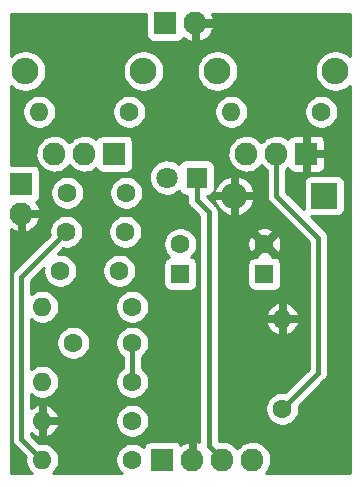
<source format=gbl>
G04 #@! TF.GenerationSoftware,KiCad,Pcbnew,(5.99.0-1097-g51b994466)*
G04 #@! TF.CreationDate,2020-03-11T16:34:52+02:00*
G04 #@! TF.ProjectId,guanaco-rojo,6775616e-6163-46f2-9d72-6f6a6f2e6b69,rev?*
G04 #@! TF.SameCoordinates,Original*
G04 #@! TF.FileFunction,Copper,L2,Bot*
G04 #@! TF.FilePolarity,Positive*
%FSLAX46Y46*%
G04 Gerber Fmt 4.6, Leading zero omitted, Abs format (unit mm)*
G04 Created by KiCad (PCBNEW (5.99.0-1097-g51b994466)) date 2020-03-11 16:34:52*
%MOMM*%
%LPD*%
G01*
G04 APERTURE LIST*
%ADD10O,1.930400X1.930400*%
%ADD11R,1.930400X1.930400*%
%ADD12O,2.250000X2.250000*%
%ADD13C,1.800000*%
%ADD14R,1.800000X1.800000*%
%ADD15C,1.600000*%
%ADD16O,1.600000X1.600000*%
%ADD17O,2.200000X2.200000*%
%ADD18R,2.200000X2.200000*%
%ADD19R,1.600000X1.600000*%
%ADD20C,0.381000*%
%ADD21C,0.254000*%
G04 APERTURE END LIST*
D10*
X126746000Y-78994000D03*
D11*
X126746000Y-76454000D03*
D10*
X141478000Y-62865000D03*
D11*
X138938000Y-62865000D03*
D12*
X153336000Y-66914000D03*
X143336000Y-66914000D03*
D10*
X145796000Y-73914000D03*
X148336000Y-73914000D03*
D11*
X150876000Y-73914000D03*
D12*
X137080000Y-66914000D03*
X127080000Y-66914000D03*
D10*
X129540000Y-73914000D03*
X132080000Y-73914000D03*
D11*
X134620000Y-73914000D03*
D10*
X146304000Y-99822000D03*
X143764000Y-99822000D03*
X141224000Y-99822000D03*
D11*
X138684000Y-99822000D03*
D13*
X139065000Y-75946000D03*
D14*
X141605000Y-75946000D03*
D15*
X135048000Y-83820000D03*
X130048000Y-83820000D03*
D16*
X148844000Y-87884000D03*
D15*
X148844000Y-95504000D03*
D16*
X128270000Y-70358000D03*
D15*
X135890000Y-70358000D03*
D16*
X128524000Y-93218000D03*
D15*
X136144000Y-93218000D03*
D16*
X128524000Y-86868000D03*
D15*
X136144000Y-86868000D03*
D16*
X128524000Y-99822000D03*
D15*
X136144000Y-99822000D03*
D16*
X128524000Y-96520000D03*
D15*
X136144000Y-96520000D03*
D16*
X144526000Y-70358000D03*
D15*
X152146000Y-70358000D03*
D17*
X144780000Y-77470000D03*
D18*
X152400000Y-77470000D03*
D15*
X140208000Y-81574000D03*
D19*
X140208000Y-84074000D03*
D15*
X131144000Y-89916000D03*
X136144000Y-89916000D03*
X130636000Y-77216000D03*
X135636000Y-77216000D03*
X135556000Y-80518000D03*
X130556000Y-80518000D03*
X147320000Y-81574000D03*
D19*
X147320000Y-84074000D03*
D20*
X143764000Y-99822000D02*
X142621000Y-98679000D01*
X142621000Y-98679000D02*
X142621000Y-78867000D01*
X142621000Y-78867000D02*
X141605000Y-77851000D01*
X141605000Y-77851000D02*
X141605000Y-75946000D01*
X130556000Y-80518000D02*
X126746000Y-84328000D01*
X126746000Y-84328000D02*
X126746000Y-98044000D01*
X126746000Y-98044000D02*
X128524000Y-99822000D01*
X136144000Y-89916000D02*
X136144000Y-93218000D01*
X148844000Y-95504000D02*
X151892000Y-92456000D01*
X151892000Y-92456000D02*
X151892000Y-81026000D01*
X151892000Y-81026000D02*
X148336000Y-77470000D01*
X148336000Y-77470000D02*
X148336000Y-73914000D01*
G36*
X137330963Y-63838458D02*
G01*
X137333119Y-63854834D01*
X137407937Y-64134059D01*
X137420680Y-64158539D01*
X137551790Y-64314790D01*
X137568679Y-64328961D01*
X137742920Y-64429559D01*
X137763637Y-64437100D01*
X137956338Y-64471078D01*
X137967299Y-64472037D01*
X139911458Y-64472037D01*
X139927834Y-64469881D01*
X140207059Y-64395063D01*
X140231539Y-64382320D01*
X140387790Y-64251210D01*
X140401961Y-64234321D01*
X140472025Y-64112966D01*
X140664148Y-64247492D01*
X140673077Y-64252710D01*
X140900874Y-64361851D01*
X140910535Y-64365540D01*
X141153306Y-64436072D01*
X141254000Y-64360469D01*
X141254000Y-63162809D01*
X141702000Y-63162809D01*
X141702000Y-64356895D01*
X141795411Y-64432538D01*
X141934045Y-64403071D01*
X141943950Y-64400099D01*
X142179128Y-64307933D01*
X142188415Y-64303384D01*
X142405382Y-64174046D01*
X142413801Y-64168041D01*
X142606730Y-64005003D01*
X142614055Y-63997703D01*
X142777766Y-63805344D01*
X142783801Y-63796946D01*
X142913895Y-63580431D01*
X142918477Y-63571161D01*
X143011463Y-63336306D01*
X143014470Y-63326411D01*
X143045529Y-63182753D01*
X142969880Y-63089000D01*
X141775809Y-63089000D01*
X141702000Y-63162809D01*
X141254000Y-63162809D01*
X141254000Y-62641000D01*
X142971741Y-62641000D01*
X143047226Y-62551990D01*
X143035174Y-62479195D01*
X143032655Y-62469166D01*
X142951253Y-62230050D01*
X142947130Y-62220566D01*
X142883555Y-62102000D01*
X154560000Y-62102000D01*
X154560000Y-65650399D01*
X154485423Y-65575822D01*
X154477894Y-65569392D01*
X154261934Y-65412488D01*
X154253492Y-65407315D01*
X154015646Y-65286126D01*
X154006499Y-65282337D01*
X153752623Y-65199847D01*
X153742995Y-65197536D01*
X153479341Y-65155778D01*
X153469470Y-65155001D01*
X153202530Y-65155001D01*
X153192659Y-65155778D01*
X152929005Y-65197536D01*
X152919377Y-65199847D01*
X152665501Y-65282337D01*
X152656354Y-65286126D01*
X152418508Y-65407315D01*
X152410066Y-65412488D01*
X152194106Y-65569392D01*
X152186577Y-65575822D01*
X151997822Y-65764577D01*
X151991392Y-65772106D01*
X151834488Y-65988066D01*
X151829315Y-65996508D01*
X151708126Y-66234354D01*
X151704337Y-66243501D01*
X151621847Y-66497377D01*
X151619536Y-66507005D01*
X151577778Y-66770659D01*
X151577001Y-66780530D01*
X151577001Y-67047470D01*
X151577778Y-67057341D01*
X151619536Y-67320995D01*
X151621847Y-67330623D01*
X151704337Y-67584499D01*
X151708126Y-67593646D01*
X151829315Y-67831492D01*
X151834488Y-67839934D01*
X151991392Y-68055894D01*
X151997822Y-68063423D01*
X152186577Y-68252178D01*
X152194106Y-68258608D01*
X152410066Y-68415512D01*
X152418508Y-68420685D01*
X152656354Y-68541874D01*
X152665501Y-68545663D01*
X152919377Y-68628153D01*
X152929005Y-68630464D01*
X153192659Y-68672222D01*
X153202530Y-68672999D01*
X153469470Y-68672999D01*
X153479341Y-68672222D01*
X153742995Y-68630464D01*
X153752623Y-68628153D01*
X154006499Y-68545663D01*
X154015646Y-68541874D01*
X154253492Y-68420685D01*
X154261934Y-68415512D01*
X154477894Y-68258608D01*
X154485423Y-68252178D01*
X154560000Y-68177601D01*
X154560001Y-100966000D01*
X147428000Y-100966000D01*
X147432730Y-100962003D01*
X147440055Y-100954703D01*
X147603766Y-100762344D01*
X147609801Y-100753946D01*
X147739895Y-100537431D01*
X147744477Y-100528161D01*
X147837463Y-100293306D01*
X147840470Y-100283411D01*
X147894011Y-100035769D01*
X147895418Y-100023969D01*
X147903385Y-99698013D01*
X147902556Y-99686158D01*
X147861175Y-99436197D01*
X147858655Y-99426167D01*
X147777253Y-99187050D01*
X147773130Y-99177566D01*
X147653767Y-98954955D01*
X147648149Y-98946271D01*
X147494031Y-98746146D01*
X147487072Y-98738497D01*
X147302337Y-98566229D01*
X147294221Y-98559819D01*
X147083832Y-98420036D01*
X147074778Y-98415038D01*
X146844383Y-98311495D01*
X146834634Y-98308043D01*
X146590423Y-98243519D01*
X146580242Y-98241706D01*
X146328770Y-98217935D01*
X146318429Y-98217808D01*
X146066451Y-98235429D01*
X146056229Y-98236993D01*
X145810513Y-98295531D01*
X145800683Y-98298743D01*
X145567827Y-98396627D01*
X145558654Y-98401402D01*
X145344912Y-98536003D01*
X145336642Y-98542212D01*
X145147754Y-98709914D01*
X145140609Y-98717391D01*
X145033627Y-98849503D01*
X144954031Y-98746146D01*
X144947072Y-98738497D01*
X144762337Y-98566229D01*
X144754221Y-98559819D01*
X144543832Y-98420036D01*
X144534778Y-98415038D01*
X144304383Y-98311495D01*
X144294634Y-98308043D01*
X144050423Y-98243519D01*
X144040242Y-98241706D01*
X143788770Y-98217935D01*
X143778429Y-98217808D01*
X143526451Y-98235429D01*
X143516229Y-98236993D01*
X143447500Y-98253366D01*
X143447500Y-88215458D01*
X147438610Y-88215458D01*
X147537502Y-88487160D01*
X147542152Y-88497132D01*
X147662088Y-88704868D01*
X147668399Y-88713881D01*
X147822587Y-88897634D01*
X147830366Y-88905413D01*
X148014119Y-89059601D01*
X148023132Y-89065912D01*
X148230868Y-89185848D01*
X148240840Y-89190498D01*
X148512541Y-89289390D01*
X148620000Y-89214147D01*
X148620000Y-89214146D01*
X149067999Y-89214146D01*
X149175458Y-89289390D01*
X149447160Y-89190498D01*
X149457132Y-89185848D01*
X149664868Y-89065912D01*
X149673881Y-89059601D01*
X149857634Y-88905413D01*
X149865413Y-88897634D01*
X150019601Y-88713881D01*
X150025912Y-88704868D01*
X150145848Y-88497132D01*
X150150498Y-88487160D01*
X150249390Y-88215459D01*
X150174147Y-88108000D01*
X149141809Y-88108000D01*
X149068000Y-88181809D01*
X149067999Y-89214146D01*
X148620000Y-89214146D01*
X148620000Y-88181809D01*
X148546191Y-88108000D01*
X147513854Y-88107999D01*
X147438610Y-88215458D01*
X143447500Y-88215458D01*
X143447500Y-87552541D01*
X147438610Y-87552541D01*
X147513853Y-87660000D01*
X148546191Y-87660000D01*
X148620000Y-87586191D01*
X148620001Y-86553854D01*
X148620000Y-86553853D01*
X149068000Y-86553853D01*
X149068000Y-87586191D01*
X149141809Y-87660000D01*
X150174146Y-87660001D01*
X150249390Y-87552542D01*
X150150498Y-87280840D01*
X150145848Y-87270868D01*
X150025912Y-87063132D01*
X150019601Y-87054119D01*
X149865413Y-86870366D01*
X149857634Y-86862587D01*
X149673881Y-86708399D01*
X149664868Y-86702088D01*
X149457132Y-86582152D01*
X149447160Y-86577502D01*
X149175459Y-86478610D01*
X149068000Y-86553853D01*
X148620000Y-86553853D01*
X148512542Y-86478610D01*
X148240840Y-86577502D01*
X148230868Y-86582152D01*
X148023132Y-86702088D01*
X148014119Y-86708399D01*
X147830366Y-86862587D01*
X147822587Y-86870366D01*
X147668399Y-87054119D01*
X147662088Y-87063132D01*
X147542152Y-87270868D01*
X147537502Y-87280840D01*
X147438610Y-87552541D01*
X143447500Y-87552541D01*
X143447500Y-83268499D01*
X145878163Y-83268499D01*
X145878163Y-84882258D01*
X145880319Y-84898634D01*
X145955137Y-85177859D01*
X145967880Y-85202339D01*
X146098990Y-85358590D01*
X146115879Y-85372761D01*
X146290120Y-85473359D01*
X146310837Y-85480900D01*
X146503538Y-85514878D01*
X146514499Y-85515837D01*
X148128258Y-85515837D01*
X148144634Y-85513681D01*
X148423859Y-85438863D01*
X148448339Y-85426120D01*
X148604590Y-85295010D01*
X148618761Y-85278121D01*
X148719359Y-85103880D01*
X148726900Y-85083163D01*
X148760878Y-84890462D01*
X148761837Y-84879501D01*
X148761837Y-83265742D01*
X148759681Y-83249366D01*
X148684863Y-82970142D01*
X148672120Y-82945662D01*
X148541010Y-82789410D01*
X148524121Y-82775239D01*
X148349880Y-82674641D01*
X148329163Y-82667100D01*
X148136462Y-82633122D01*
X148125501Y-82632163D01*
X148061378Y-82632163D01*
X147372191Y-81942974D01*
X147267809Y-81942974D01*
X146578622Y-82632163D01*
X146511742Y-82632163D01*
X146495366Y-82634319D01*
X146216142Y-82709137D01*
X146191662Y-82721880D01*
X146035410Y-82852990D01*
X146021239Y-82869879D01*
X145920641Y-83044120D01*
X145913100Y-83064837D01*
X145879122Y-83257538D01*
X145878163Y-83268499D01*
X143447500Y-83268499D01*
X143447500Y-81454064D01*
X145886000Y-81454064D01*
X145886000Y-81693936D01*
X145886959Y-81704897D01*
X145928613Y-81941126D01*
X145931460Y-81951753D01*
X146013502Y-82177160D01*
X146018152Y-82187132D01*
X146103254Y-82334532D01*
X146226463Y-82350752D01*
X146951026Y-81626191D01*
X146951026Y-81521809D01*
X147688974Y-81521809D01*
X147688974Y-81626191D01*
X148413537Y-82350752D01*
X148536746Y-82334532D01*
X148621848Y-82187132D01*
X148626498Y-82177160D01*
X148708540Y-81951753D01*
X148711387Y-81941126D01*
X148753041Y-81704897D01*
X148754000Y-81693936D01*
X148754000Y-81454064D01*
X148753041Y-81443103D01*
X148711387Y-81206874D01*
X148708540Y-81196247D01*
X148626498Y-80970840D01*
X148621848Y-80960868D01*
X148536746Y-80813468D01*
X148413537Y-80797248D01*
X147688974Y-81521809D01*
X146951026Y-81521809D01*
X146226463Y-80797248D01*
X146103254Y-80813468D01*
X146018152Y-80960868D01*
X146013502Y-80970840D01*
X145931460Y-81196247D01*
X145928613Y-81206874D01*
X145886959Y-81443103D01*
X145886000Y-81454064D01*
X143447500Y-81454064D01*
X143447500Y-80480463D01*
X146543248Y-80480463D01*
X147267809Y-81205026D01*
X147372191Y-81205026D01*
X148096752Y-80480463D01*
X148080532Y-80357254D01*
X147933132Y-80272152D01*
X147923160Y-80267502D01*
X147697753Y-80185460D01*
X147687126Y-80182613D01*
X147450897Y-80140959D01*
X147439936Y-80140000D01*
X147200064Y-80140000D01*
X147189103Y-80140959D01*
X146952874Y-80182613D01*
X146942247Y-80185460D01*
X146716840Y-80267502D01*
X146706868Y-80272152D01*
X146559468Y-80357254D01*
X146543248Y-80480463D01*
X143447500Y-80480463D01*
X143447500Y-78959590D01*
X143451297Y-78942809D01*
X143452737Y-78924914D01*
X143447500Y-78840505D01*
X143447500Y-78812222D01*
X143446863Y-78803280D01*
X143443912Y-78782674D01*
X143439200Y-78706725D01*
X143435560Y-78689146D01*
X143427202Y-78665993D01*
X143423712Y-78641623D01*
X143418673Y-78624391D01*
X143387169Y-78555102D01*
X143361264Y-78483343D01*
X143352604Y-78467176D01*
X143338565Y-78448204D01*
X143328192Y-78425388D01*
X143318519Y-78410263D01*
X143261674Y-78344291D01*
X143248913Y-78327046D01*
X143242809Y-78319962D01*
X143227644Y-78304798D01*
X143175820Y-78244653D01*
X143162291Y-78232851D01*
X143143552Y-78220705D01*
X142705186Y-77782339D01*
X143073855Y-77782339D01*
X143087921Y-77871142D01*
X143090232Y-77880769D01*
X143171505Y-78130902D01*
X143175294Y-78140050D01*
X143294696Y-78374390D01*
X143299869Y-78382832D01*
X143454460Y-78595608D01*
X143460890Y-78603137D01*
X143646863Y-78789110D01*
X143654392Y-78795540D01*
X143867168Y-78950131D01*
X143875610Y-78955304D01*
X144109950Y-79074706D01*
X144119098Y-79078495D01*
X144369231Y-79159768D01*
X144378858Y-79162079D01*
X144467660Y-79176145D01*
X144556000Y-79100696D01*
X145003999Y-79100696D01*
X145092339Y-79176145D01*
X145181142Y-79162079D01*
X145190769Y-79159768D01*
X145440902Y-79078495D01*
X145450050Y-79074706D01*
X145684390Y-78955304D01*
X145692832Y-78950131D01*
X145905608Y-78795540D01*
X145913137Y-78789110D01*
X146099110Y-78603137D01*
X146105540Y-78595608D01*
X146260131Y-78382832D01*
X146265304Y-78374390D01*
X146384706Y-78140050D01*
X146388495Y-78130902D01*
X146469768Y-77880769D01*
X146472079Y-77871142D01*
X146486145Y-77782340D01*
X146410696Y-77694000D01*
X145077809Y-77693999D01*
X145004000Y-77767808D01*
X145003999Y-79100696D01*
X144556000Y-79100696D01*
X144556001Y-77767809D01*
X144482192Y-77694000D01*
X143149304Y-77693999D01*
X143073855Y-77782339D01*
X142705186Y-77782339D01*
X142431500Y-77508654D01*
X142431500Y-77487837D01*
X142513258Y-77487837D01*
X142529634Y-77485681D01*
X142808859Y-77410863D01*
X142833339Y-77398120D01*
X142989590Y-77267010D01*
X143003761Y-77250121D01*
X143080173Y-77117771D01*
X143073855Y-77157660D01*
X143149304Y-77246000D01*
X144482191Y-77246001D01*
X144556000Y-77172192D01*
X144556000Y-77172191D01*
X145003999Y-77172191D01*
X145077808Y-77246000D01*
X146410696Y-77246001D01*
X146486145Y-77157661D01*
X146472079Y-77068858D01*
X146469768Y-77059231D01*
X146388495Y-76809098D01*
X146384706Y-76799950D01*
X146265304Y-76565610D01*
X146260131Y-76557168D01*
X146105540Y-76344392D01*
X146099110Y-76336863D01*
X145913137Y-76150890D01*
X145905608Y-76144460D01*
X145692832Y-75989869D01*
X145684390Y-75984696D01*
X145450050Y-75865294D01*
X145440902Y-75861505D01*
X145190769Y-75780232D01*
X145181142Y-75777921D01*
X145092340Y-75763855D01*
X145004000Y-75839304D01*
X145003999Y-77172191D01*
X144556000Y-77172191D01*
X144556001Y-75839304D01*
X144467661Y-75763855D01*
X144378858Y-75777921D01*
X144369231Y-75780232D01*
X144119098Y-75861505D01*
X144109950Y-75865294D01*
X143875610Y-75984696D01*
X143867168Y-75989869D01*
X143654392Y-76144460D01*
X143646863Y-76150890D01*
X143460890Y-76336863D01*
X143454460Y-76344392D01*
X143299869Y-76557168D01*
X143294696Y-76565610D01*
X143175294Y-76799950D01*
X143171505Y-76809098D01*
X143136043Y-76918238D01*
X143145878Y-76862462D01*
X143146837Y-76851501D01*
X143146837Y-75037742D01*
X143144681Y-75021366D01*
X143069863Y-74742142D01*
X143057120Y-74717662D01*
X142926010Y-74561410D01*
X142909121Y-74547239D01*
X142734880Y-74446641D01*
X142714163Y-74439100D01*
X142521462Y-74405122D01*
X142510501Y-74404163D01*
X140696742Y-74404163D01*
X140680366Y-74406319D01*
X140401142Y-74481137D01*
X140376662Y-74493880D01*
X140220410Y-74624990D01*
X140206239Y-74641879D01*
X140105641Y-74816120D01*
X140104998Y-74817886D01*
X139988003Y-74714378D01*
X139979440Y-74708007D01*
X139767291Y-74576470D01*
X139757778Y-74571633D01*
X139526500Y-74477721D01*
X139516308Y-74474556D01*
X139272513Y-74420954D01*
X139261934Y-74419552D01*
X139012592Y-74407794D01*
X139001928Y-74408194D01*
X138754170Y-74438614D01*
X138743725Y-74440806D01*
X138504635Y-74512537D01*
X138494709Y-74516457D01*
X138271123Y-74627446D01*
X138262000Y-74632982D01*
X138060311Y-74780056D01*
X138052250Y-74787051D01*
X137878225Y-74966005D01*
X137871459Y-74974257D01*
X137730073Y-75179974D01*
X137724793Y-75189249D01*
X137620090Y-75415847D01*
X137616448Y-75425879D01*
X137551422Y-75666878D01*
X137549523Y-75677380D01*
X137526032Y-75925891D01*
X137525930Y-75936562D01*
X137544646Y-76185477D01*
X137546343Y-76196013D01*
X137606731Y-76438218D01*
X137610179Y-76448317D01*
X137710512Y-76676884D01*
X137715613Y-76686258D01*
X137853023Y-76894650D01*
X137859630Y-76903031D01*
X138030187Y-77085294D01*
X138038112Y-77092442D01*
X138236941Y-77243361D01*
X138245957Y-77249071D01*
X138467371Y-77364332D01*
X138477220Y-77368442D01*
X138714889Y-77444749D01*
X138725290Y-77447140D01*
X138972417Y-77482312D01*
X138983072Y-77482917D01*
X139232593Y-77475948D01*
X139243198Y-77474749D01*
X139487977Y-77425837D01*
X139498228Y-77422868D01*
X139731267Y-77333413D01*
X139740871Y-77328760D01*
X139955506Y-77201319D01*
X139964188Y-77195114D01*
X140117338Y-77064773D01*
X140140137Y-77149859D01*
X140152880Y-77174339D01*
X140283990Y-77330590D01*
X140300879Y-77344761D01*
X140475120Y-77445359D01*
X140495837Y-77452900D01*
X140688538Y-77486878D01*
X140699499Y-77487837D01*
X140778500Y-77487837D01*
X140778500Y-77758410D01*
X140774703Y-77775191D01*
X140773263Y-77793086D01*
X140778500Y-77877495D01*
X140778500Y-77905777D01*
X140779137Y-77914719D01*
X140782088Y-77935325D01*
X140786800Y-78011274D01*
X140790440Y-78028853D01*
X140798798Y-78052006D01*
X140802288Y-78076376D01*
X140807327Y-78093608D01*
X140838831Y-78162897D01*
X140864736Y-78234656D01*
X140873396Y-78250823D01*
X140887435Y-78269795D01*
X140897808Y-78292611D01*
X140907481Y-78307736D01*
X140964330Y-78373714D01*
X140977088Y-78390954D01*
X140983191Y-78398037D01*
X140998352Y-78413197D01*
X141050180Y-78473346D01*
X141063707Y-78485147D01*
X141082452Y-78497298D01*
X141794501Y-79209347D01*
X141794500Y-98325030D01*
X141764383Y-98311495D01*
X141754635Y-98308043D01*
X141546244Y-98252984D01*
X141448000Y-98328641D01*
X141448000Y-100046000D01*
X141000000Y-100046000D01*
X141000000Y-98329826D01*
X140904184Y-98254156D01*
X140730512Y-98295531D01*
X140720683Y-98298744D01*
X140487827Y-98396627D01*
X140478654Y-98401402D01*
X140264912Y-98536003D01*
X140256642Y-98542212D01*
X140219923Y-98574812D01*
X140214063Y-98552942D01*
X140201320Y-98528462D01*
X140070210Y-98372210D01*
X140053321Y-98358039D01*
X139879080Y-98257441D01*
X139858363Y-98249900D01*
X139665662Y-98215922D01*
X139654701Y-98214963D01*
X137710542Y-98214963D01*
X137694166Y-98217119D01*
X137414942Y-98291937D01*
X137390462Y-98304680D01*
X137234210Y-98435790D01*
X137220039Y-98452679D01*
X137119441Y-98626920D01*
X137111900Y-98647637D01*
X137094301Y-98747444D01*
X136973881Y-98646399D01*
X136964868Y-98640088D01*
X136757132Y-98520152D01*
X136747160Y-98515502D01*
X136521753Y-98433460D01*
X136511126Y-98430613D01*
X136274897Y-98388959D01*
X136263936Y-98388000D01*
X136024064Y-98388000D01*
X136013103Y-98388959D01*
X135776874Y-98430613D01*
X135766247Y-98433460D01*
X135540840Y-98515502D01*
X135530868Y-98520152D01*
X135323132Y-98640088D01*
X135314119Y-98646399D01*
X135130366Y-98800587D01*
X135122587Y-98808366D01*
X134968399Y-98992119D01*
X134962088Y-99001132D01*
X134842152Y-99208868D01*
X134837502Y-99218840D01*
X134755460Y-99444247D01*
X134752613Y-99454874D01*
X134710959Y-99691103D01*
X134710000Y-99702064D01*
X134710000Y-99941936D01*
X134710959Y-99952897D01*
X134752613Y-100189126D01*
X134755460Y-100199753D01*
X134837502Y-100425160D01*
X134842152Y-100435132D01*
X134962088Y-100642868D01*
X134968399Y-100651881D01*
X135122587Y-100835634D01*
X135130366Y-100843413D01*
X135276459Y-100966000D01*
X129391541Y-100966000D01*
X129537634Y-100843413D01*
X129545413Y-100835634D01*
X129699601Y-100651881D01*
X129705912Y-100642868D01*
X129825848Y-100435132D01*
X129830498Y-100425160D01*
X129912540Y-100199753D01*
X129915387Y-100189126D01*
X129957041Y-99952897D01*
X129958000Y-99941936D01*
X129958000Y-99702064D01*
X129957041Y-99691103D01*
X129915387Y-99454874D01*
X129912540Y-99444247D01*
X129830498Y-99218840D01*
X129825848Y-99208868D01*
X129705912Y-99001132D01*
X129699601Y-98992119D01*
X129545413Y-98808366D01*
X129537634Y-98800587D01*
X129353881Y-98646399D01*
X129344868Y-98640088D01*
X129137132Y-98520152D01*
X129127160Y-98515502D01*
X128901753Y-98433460D01*
X128891126Y-98430613D01*
X128654897Y-98388959D01*
X128643936Y-98388000D01*
X128404064Y-98388000D01*
X128393103Y-98388959D01*
X128279786Y-98408939D01*
X127572500Y-97701654D01*
X127572500Y-97593550D01*
X127694119Y-97695601D01*
X127703132Y-97701912D01*
X127910868Y-97821848D01*
X127920840Y-97826498D01*
X128192541Y-97925390D01*
X128300000Y-97850147D01*
X128300000Y-97850146D01*
X128747999Y-97850146D01*
X128855458Y-97925390D01*
X129127160Y-97826498D01*
X129137132Y-97821848D01*
X129344868Y-97701912D01*
X129353881Y-97695601D01*
X129537634Y-97541413D01*
X129545413Y-97533634D01*
X129699601Y-97349881D01*
X129705912Y-97340868D01*
X129825848Y-97133132D01*
X129830498Y-97123160D01*
X129929390Y-96851459D01*
X129854147Y-96744000D01*
X128821809Y-96743999D01*
X128748000Y-96817808D01*
X128747999Y-97850146D01*
X128300000Y-97850146D01*
X128300001Y-96817808D01*
X128300000Y-96817807D01*
X128300000Y-96400064D01*
X134710000Y-96400064D01*
X134710000Y-96639936D01*
X134710959Y-96650897D01*
X134752613Y-96887126D01*
X134755460Y-96897753D01*
X134837502Y-97123160D01*
X134842152Y-97133132D01*
X134962088Y-97340868D01*
X134968399Y-97349881D01*
X135122587Y-97533634D01*
X135130366Y-97541413D01*
X135314119Y-97695601D01*
X135323132Y-97701912D01*
X135530868Y-97821848D01*
X135540840Y-97826498D01*
X135766247Y-97908540D01*
X135776874Y-97911387D01*
X136013103Y-97953041D01*
X136024064Y-97954000D01*
X136263936Y-97954000D01*
X136274897Y-97953041D01*
X136511126Y-97911387D01*
X136521753Y-97908540D01*
X136747160Y-97826498D01*
X136757132Y-97821848D01*
X136964868Y-97701912D01*
X136973881Y-97695601D01*
X137157634Y-97541413D01*
X137165413Y-97533634D01*
X137319601Y-97349881D01*
X137325912Y-97340868D01*
X137445848Y-97133132D01*
X137450498Y-97123160D01*
X137532540Y-96897753D01*
X137535387Y-96887126D01*
X137577041Y-96650897D01*
X137578000Y-96639936D01*
X137578000Y-96400064D01*
X137577041Y-96389103D01*
X137535387Y-96152874D01*
X137532540Y-96142247D01*
X137450498Y-95916840D01*
X137445848Y-95906868D01*
X137325912Y-95699132D01*
X137319601Y-95690119D01*
X137165413Y-95506366D01*
X137157634Y-95498587D01*
X136973881Y-95344399D01*
X136964868Y-95338088D01*
X136757132Y-95218152D01*
X136747160Y-95213502D01*
X136521753Y-95131460D01*
X136511126Y-95128613D01*
X136274897Y-95086959D01*
X136263936Y-95086000D01*
X136024064Y-95086000D01*
X136013103Y-95086959D01*
X135776874Y-95128613D01*
X135766247Y-95131460D01*
X135540840Y-95213502D01*
X135530868Y-95218152D01*
X135323132Y-95338088D01*
X135314119Y-95344399D01*
X135130366Y-95498587D01*
X135122587Y-95506366D01*
X134968399Y-95690119D01*
X134962088Y-95699132D01*
X134842152Y-95906868D01*
X134837502Y-95916840D01*
X134755460Y-96142247D01*
X134752613Y-96152874D01*
X134710959Y-96389103D01*
X134710000Y-96400064D01*
X128300000Y-96400064D01*
X128300000Y-96222191D01*
X128747999Y-96222191D01*
X128821808Y-96296000D01*
X129854146Y-96296001D01*
X129929390Y-96188542D01*
X129830498Y-95916840D01*
X129825848Y-95906868D01*
X129705912Y-95699132D01*
X129699601Y-95690119D01*
X129545413Y-95506366D01*
X129537634Y-95498587D01*
X129353881Y-95344399D01*
X129344868Y-95338088D01*
X129137132Y-95218152D01*
X129127160Y-95213502D01*
X128855459Y-95114610D01*
X128748000Y-95189853D01*
X128747999Y-96222191D01*
X128300000Y-96222191D01*
X128300001Y-95189854D01*
X128192542Y-95114610D01*
X127920840Y-95213502D01*
X127910868Y-95218152D01*
X127703132Y-95338088D01*
X127694119Y-95344399D01*
X127572500Y-95446450D01*
X127572500Y-94291550D01*
X127694119Y-94393601D01*
X127703132Y-94399912D01*
X127910868Y-94519848D01*
X127920840Y-94524498D01*
X128146247Y-94606540D01*
X128156874Y-94609387D01*
X128393103Y-94651041D01*
X128404064Y-94652000D01*
X128643936Y-94652000D01*
X128654897Y-94651041D01*
X128891126Y-94609387D01*
X128901753Y-94606540D01*
X129127160Y-94524498D01*
X129137132Y-94519848D01*
X129344868Y-94399912D01*
X129353881Y-94393601D01*
X129537634Y-94239413D01*
X129545413Y-94231634D01*
X129699601Y-94047881D01*
X129705912Y-94038868D01*
X129825848Y-93831132D01*
X129830498Y-93821160D01*
X129912540Y-93595753D01*
X129915387Y-93585126D01*
X129957041Y-93348897D01*
X129958000Y-93337936D01*
X129958000Y-93098064D01*
X129957041Y-93087103D01*
X129915387Y-92850874D01*
X129912540Y-92840247D01*
X129830498Y-92614840D01*
X129825848Y-92604868D01*
X129705912Y-92397132D01*
X129699601Y-92388119D01*
X129545413Y-92204366D01*
X129537634Y-92196587D01*
X129353881Y-92042399D01*
X129344868Y-92036088D01*
X129137132Y-91916152D01*
X129127160Y-91911502D01*
X128901753Y-91829460D01*
X128891126Y-91826613D01*
X128654897Y-91784959D01*
X128643936Y-91784000D01*
X128404064Y-91784000D01*
X128393103Y-91784959D01*
X128156874Y-91826613D01*
X128146247Y-91829460D01*
X127920840Y-91911502D01*
X127910868Y-91916152D01*
X127703132Y-92036088D01*
X127694119Y-92042399D01*
X127572500Y-92144450D01*
X127572500Y-89796064D01*
X129710000Y-89796064D01*
X129710000Y-90035936D01*
X129710959Y-90046897D01*
X129752613Y-90283126D01*
X129755460Y-90293753D01*
X129837502Y-90519160D01*
X129842152Y-90529132D01*
X129962088Y-90736868D01*
X129968399Y-90745881D01*
X130122587Y-90929634D01*
X130130366Y-90937413D01*
X130314119Y-91091601D01*
X130323132Y-91097912D01*
X130530868Y-91217848D01*
X130540840Y-91222498D01*
X130766247Y-91304540D01*
X130776874Y-91307387D01*
X131013103Y-91349041D01*
X131024064Y-91350000D01*
X131263936Y-91350000D01*
X131274897Y-91349041D01*
X131511126Y-91307387D01*
X131521753Y-91304540D01*
X131747160Y-91222498D01*
X131757132Y-91217848D01*
X131964868Y-91097912D01*
X131973881Y-91091601D01*
X132157634Y-90937413D01*
X132165413Y-90929634D01*
X132319601Y-90745881D01*
X132325912Y-90736868D01*
X132445848Y-90529132D01*
X132450498Y-90519160D01*
X132532540Y-90293753D01*
X132535387Y-90283126D01*
X132577041Y-90046897D01*
X132578000Y-90035936D01*
X132578000Y-89796064D01*
X134710000Y-89796064D01*
X134710000Y-90035936D01*
X134710959Y-90046897D01*
X134752613Y-90283126D01*
X134755460Y-90293753D01*
X134837502Y-90519160D01*
X134842152Y-90529132D01*
X134962088Y-90736868D01*
X134968399Y-90745881D01*
X135122587Y-90929634D01*
X135130366Y-90937413D01*
X135314119Y-91091601D01*
X135317500Y-91093968D01*
X135317501Y-92040031D01*
X135314119Y-92042399D01*
X135130366Y-92196587D01*
X135122587Y-92204366D01*
X134968399Y-92388119D01*
X134962088Y-92397132D01*
X134842152Y-92604868D01*
X134837502Y-92614840D01*
X134755460Y-92840247D01*
X134752613Y-92850874D01*
X134710959Y-93087103D01*
X134710000Y-93098064D01*
X134710000Y-93337936D01*
X134710959Y-93348897D01*
X134752613Y-93585126D01*
X134755460Y-93595753D01*
X134837502Y-93821160D01*
X134842152Y-93831132D01*
X134962088Y-94038868D01*
X134968399Y-94047881D01*
X135122587Y-94231634D01*
X135130366Y-94239413D01*
X135314119Y-94393601D01*
X135323132Y-94399912D01*
X135530868Y-94519848D01*
X135540840Y-94524498D01*
X135766247Y-94606540D01*
X135776874Y-94609387D01*
X136013103Y-94651041D01*
X136024064Y-94652000D01*
X136263936Y-94652000D01*
X136274897Y-94651041D01*
X136511126Y-94609387D01*
X136521753Y-94606540D01*
X136747160Y-94524498D01*
X136757132Y-94519848D01*
X136964868Y-94399912D01*
X136973881Y-94393601D01*
X137157634Y-94239413D01*
X137165413Y-94231634D01*
X137319601Y-94047881D01*
X137325912Y-94038868D01*
X137445848Y-93831132D01*
X137450498Y-93821160D01*
X137532540Y-93595753D01*
X137535387Y-93585126D01*
X137577041Y-93348897D01*
X137578000Y-93337936D01*
X137578000Y-93098064D01*
X137577041Y-93087103D01*
X137535387Y-92850874D01*
X137532540Y-92840247D01*
X137450498Y-92614840D01*
X137445848Y-92604868D01*
X137325912Y-92397132D01*
X137319601Y-92388119D01*
X137165413Y-92204366D01*
X137157634Y-92196587D01*
X136973881Y-92042399D01*
X136970500Y-92040032D01*
X136970500Y-91093968D01*
X136973881Y-91091601D01*
X137157634Y-90937413D01*
X137165413Y-90929634D01*
X137319601Y-90745881D01*
X137325912Y-90736868D01*
X137445848Y-90529132D01*
X137450498Y-90519160D01*
X137532540Y-90293753D01*
X137535387Y-90283126D01*
X137577041Y-90046897D01*
X137578000Y-90035936D01*
X137578000Y-89796064D01*
X137577041Y-89785103D01*
X137535387Y-89548874D01*
X137532540Y-89538247D01*
X137450498Y-89312840D01*
X137445848Y-89302868D01*
X137325912Y-89095132D01*
X137319601Y-89086119D01*
X137165413Y-88902366D01*
X137157634Y-88894587D01*
X136973881Y-88740399D01*
X136964868Y-88734088D01*
X136757132Y-88614152D01*
X136747160Y-88609502D01*
X136521753Y-88527460D01*
X136511126Y-88524613D01*
X136274897Y-88482959D01*
X136263936Y-88482000D01*
X136024064Y-88482000D01*
X136013103Y-88482959D01*
X135776874Y-88524613D01*
X135766247Y-88527460D01*
X135540840Y-88609502D01*
X135530868Y-88614152D01*
X135323132Y-88734088D01*
X135314119Y-88740399D01*
X135130366Y-88894587D01*
X135122587Y-88902366D01*
X134968399Y-89086119D01*
X134962088Y-89095132D01*
X134842152Y-89302868D01*
X134837502Y-89312840D01*
X134755460Y-89538247D01*
X134752613Y-89548874D01*
X134710959Y-89785103D01*
X134710000Y-89796064D01*
X132578000Y-89796064D01*
X132577041Y-89785103D01*
X132535387Y-89548874D01*
X132532540Y-89538247D01*
X132450498Y-89312840D01*
X132445848Y-89302868D01*
X132325912Y-89095132D01*
X132319601Y-89086119D01*
X132165413Y-88902366D01*
X132157634Y-88894587D01*
X131973881Y-88740399D01*
X131964868Y-88734088D01*
X131757132Y-88614152D01*
X131747160Y-88609502D01*
X131521753Y-88527460D01*
X131511126Y-88524613D01*
X131274897Y-88482959D01*
X131263936Y-88482000D01*
X131024064Y-88482000D01*
X131013103Y-88482959D01*
X130776874Y-88524613D01*
X130766247Y-88527460D01*
X130540840Y-88609502D01*
X130530868Y-88614152D01*
X130323132Y-88734088D01*
X130314119Y-88740399D01*
X130130366Y-88894587D01*
X130122587Y-88902366D01*
X129968399Y-89086119D01*
X129962088Y-89095132D01*
X129842152Y-89302868D01*
X129837502Y-89312840D01*
X129755460Y-89538247D01*
X129752613Y-89548874D01*
X129710959Y-89785103D01*
X129710000Y-89796064D01*
X127572500Y-89796064D01*
X127572500Y-87941550D01*
X127694119Y-88043601D01*
X127703132Y-88049912D01*
X127910868Y-88169848D01*
X127920840Y-88174498D01*
X128146247Y-88256540D01*
X128156874Y-88259387D01*
X128393103Y-88301041D01*
X128404064Y-88302000D01*
X128643936Y-88302000D01*
X128654897Y-88301041D01*
X128891126Y-88259387D01*
X128901753Y-88256540D01*
X129127160Y-88174498D01*
X129137132Y-88169848D01*
X129344868Y-88049912D01*
X129353881Y-88043601D01*
X129537634Y-87889413D01*
X129545413Y-87881634D01*
X129699601Y-87697881D01*
X129705912Y-87688868D01*
X129825848Y-87481132D01*
X129830498Y-87471160D01*
X129912540Y-87245753D01*
X129915387Y-87235126D01*
X129957041Y-86998897D01*
X129958000Y-86987936D01*
X129958000Y-86748064D01*
X134710000Y-86748064D01*
X134710000Y-86987936D01*
X134710959Y-86998897D01*
X134752613Y-87235126D01*
X134755460Y-87245753D01*
X134837502Y-87471160D01*
X134842152Y-87481132D01*
X134962088Y-87688868D01*
X134968399Y-87697881D01*
X135122587Y-87881634D01*
X135130366Y-87889413D01*
X135314119Y-88043601D01*
X135323132Y-88049912D01*
X135530868Y-88169848D01*
X135540840Y-88174498D01*
X135766247Y-88256540D01*
X135776874Y-88259387D01*
X136013103Y-88301041D01*
X136024064Y-88302000D01*
X136263936Y-88302000D01*
X136274897Y-88301041D01*
X136511126Y-88259387D01*
X136521753Y-88256540D01*
X136747160Y-88174498D01*
X136757132Y-88169848D01*
X136964868Y-88049912D01*
X136973881Y-88043601D01*
X137157634Y-87889413D01*
X137165413Y-87881634D01*
X137319601Y-87697881D01*
X137325912Y-87688868D01*
X137445848Y-87481132D01*
X137450498Y-87471160D01*
X137532540Y-87245753D01*
X137535387Y-87235126D01*
X137577041Y-86998897D01*
X137578000Y-86987936D01*
X137578000Y-86748064D01*
X137577041Y-86737103D01*
X137535387Y-86500874D01*
X137532540Y-86490247D01*
X137450498Y-86264840D01*
X137445848Y-86254868D01*
X137325912Y-86047132D01*
X137319601Y-86038119D01*
X137165413Y-85854366D01*
X137157634Y-85846587D01*
X136973881Y-85692399D01*
X136964868Y-85686088D01*
X136757132Y-85566152D01*
X136747160Y-85561502D01*
X136521753Y-85479460D01*
X136511126Y-85476613D01*
X136274897Y-85434959D01*
X136263936Y-85434000D01*
X136024064Y-85434000D01*
X136013103Y-85434959D01*
X135776874Y-85476613D01*
X135766247Y-85479460D01*
X135540840Y-85561502D01*
X135530868Y-85566152D01*
X135323132Y-85686088D01*
X135314119Y-85692399D01*
X135130366Y-85846587D01*
X135122587Y-85854366D01*
X134968399Y-86038119D01*
X134962088Y-86047132D01*
X134842152Y-86254868D01*
X134837502Y-86264840D01*
X134755460Y-86490247D01*
X134752613Y-86500874D01*
X134710959Y-86737103D01*
X134710000Y-86748064D01*
X129958000Y-86748064D01*
X129957041Y-86737103D01*
X129915387Y-86500874D01*
X129912540Y-86490247D01*
X129830498Y-86264840D01*
X129825848Y-86254868D01*
X129705912Y-86047132D01*
X129699601Y-86038119D01*
X129545413Y-85854366D01*
X129537634Y-85846587D01*
X129353881Y-85692399D01*
X129344868Y-85686088D01*
X129137132Y-85566152D01*
X129127160Y-85561502D01*
X128901753Y-85479460D01*
X128891126Y-85476613D01*
X128654897Y-85434959D01*
X128643936Y-85434000D01*
X128404064Y-85434000D01*
X128393103Y-85434959D01*
X128156874Y-85476613D01*
X128146247Y-85479460D01*
X127920840Y-85561502D01*
X127910868Y-85566152D01*
X127703132Y-85686088D01*
X127694119Y-85692399D01*
X127572500Y-85794450D01*
X127572500Y-84670345D01*
X128628064Y-83614782D01*
X128614959Y-83689103D01*
X128614000Y-83700064D01*
X128614000Y-83939936D01*
X128614959Y-83950897D01*
X128656613Y-84187126D01*
X128659460Y-84197753D01*
X128741502Y-84423160D01*
X128746152Y-84433132D01*
X128866088Y-84640868D01*
X128872399Y-84649881D01*
X129026587Y-84833634D01*
X129034366Y-84841413D01*
X129218119Y-84995601D01*
X129227132Y-85001912D01*
X129434868Y-85121848D01*
X129444840Y-85126498D01*
X129670247Y-85208540D01*
X129680874Y-85211387D01*
X129917103Y-85253041D01*
X129928064Y-85254000D01*
X130167936Y-85254000D01*
X130178897Y-85253041D01*
X130415126Y-85211387D01*
X130425753Y-85208540D01*
X130651160Y-85126498D01*
X130661132Y-85121848D01*
X130868868Y-85001912D01*
X130877881Y-84995601D01*
X131061634Y-84841413D01*
X131069413Y-84833634D01*
X131223601Y-84649881D01*
X131229912Y-84640868D01*
X131349848Y-84433132D01*
X131354498Y-84423160D01*
X131436540Y-84197753D01*
X131439387Y-84187126D01*
X131481041Y-83950897D01*
X131482000Y-83939936D01*
X131482000Y-83700064D01*
X133614000Y-83700064D01*
X133614000Y-83939936D01*
X133614959Y-83950897D01*
X133656613Y-84187126D01*
X133659460Y-84197753D01*
X133741502Y-84423160D01*
X133746152Y-84433132D01*
X133866088Y-84640868D01*
X133872399Y-84649881D01*
X134026587Y-84833634D01*
X134034366Y-84841413D01*
X134218119Y-84995601D01*
X134227132Y-85001912D01*
X134434868Y-85121848D01*
X134444840Y-85126498D01*
X134670247Y-85208540D01*
X134680874Y-85211387D01*
X134917103Y-85253041D01*
X134928064Y-85254000D01*
X135167936Y-85254000D01*
X135178897Y-85253041D01*
X135415126Y-85211387D01*
X135425753Y-85208540D01*
X135651160Y-85126498D01*
X135661132Y-85121848D01*
X135868868Y-85001912D01*
X135877881Y-84995601D01*
X136061634Y-84841413D01*
X136069413Y-84833634D01*
X136223601Y-84649881D01*
X136229912Y-84640868D01*
X136349848Y-84433132D01*
X136354498Y-84423160D01*
X136436540Y-84197753D01*
X136439387Y-84187126D01*
X136481041Y-83950897D01*
X136482000Y-83939936D01*
X136482000Y-83700064D01*
X136481041Y-83689103D01*
X136439387Y-83452874D01*
X136436540Y-83442247D01*
X136373301Y-83268499D01*
X138766163Y-83268499D01*
X138766163Y-84882258D01*
X138768319Y-84898634D01*
X138843137Y-85177859D01*
X138855880Y-85202339D01*
X138986990Y-85358590D01*
X139003879Y-85372761D01*
X139178120Y-85473359D01*
X139198837Y-85480900D01*
X139391538Y-85514878D01*
X139402499Y-85515837D01*
X141016258Y-85515837D01*
X141032634Y-85513681D01*
X141311859Y-85438863D01*
X141336339Y-85426120D01*
X141492590Y-85295010D01*
X141506761Y-85278121D01*
X141607359Y-85103880D01*
X141614900Y-85083163D01*
X141648878Y-84890462D01*
X141649837Y-84879501D01*
X141649837Y-83265742D01*
X141647681Y-83249366D01*
X141572863Y-82970142D01*
X141560120Y-82945662D01*
X141429010Y-82789410D01*
X141412121Y-82775239D01*
X141237880Y-82674641D01*
X141217163Y-82667100D01*
X141150260Y-82655303D01*
X141221634Y-82595413D01*
X141229413Y-82587634D01*
X141383601Y-82403881D01*
X141389912Y-82394868D01*
X141509848Y-82187132D01*
X141514498Y-82177160D01*
X141596540Y-81951753D01*
X141599387Y-81941126D01*
X141641041Y-81704897D01*
X141642000Y-81693936D01*
X141642000Y-81454064D01*
X141641041Y-81443103D01*
X141599387Y-81206874D01*
X141596540Y-81196247D01*
X141514498Y-80970840D01*
X141509848Y-80960868D01*
X141389912Y-80753132D01*
X141383601Y-80744119D01*
X141229413Y-80560366D01*
X141221634Y-80552587D01*
X141037881Y-80398399D01*
X141028868Y-80392088D01*
X140821132Y-80272152D01*
X140811160Y-80267502D01*
X140585753Y-80185460D01*
X140575126Y-80182613D01*
X140338897Y-80140959D01*
X140327936Y-80140000D01*
X140088064Y-80140000D01*
X140077103Y-80140959D01*
X139840874Y-80182613D01*
X139830247Y-80185460D01*
X139604840Y-80267502D01*
X139594868Y-80272152D01*
X139387132Y-80392088D01*
X139378119Y-80398399D01*
X139194366Y-80552587D01*
X139186587Y-80560366D01*
X139032399Y-80744119D01*
X139026088Y-80753132D01*
X138906152Y-80960868D01*
X138901502Y-80970840D01*
X138819460Y-81196247D01*
X138816613Y-81206874D01*
X138774959Y-81443103D01*
X138774000Y-81454064D01*
X138774000Y-81693936D01*
X138774959Y-81704897D01*
X138816613Y-81941126D01*
X138819460Y-81951753D01*
X138901502Y-82177160D01*
X138906152Y-82187132D01*
X139026088Y-82394868D01*
X139032399Y-82403881D01*
X139186587Y-82587634D01*
X139194366Y-82595413D01*
X139275255Y-82663287D01*
X139104142Y-82709137D01*
X139079662Y-82721880D01*
X138923410Y-82852990D01*
X138909239Y-82869879D01*
X138808641Y-83044120D01*
X138801100Y-83064837D01*
X138767122Y-83257538D01*
X138766163Y-83268499D01*
X136373301Y-83268499D01*
X136354498Y-83216840D01*
X136349848Y-83206868D01*
X136229912Y-82999132D01*
X136223601Y-82990119D01*
X136069413Y-82806366D01*
X136061634Y-82798587D01*
X135877881Y-82644399D01*
X135868868Y-82638088D01*
X135661132Y-82518152D01*
X135651160Y-82513502D01*
X135425753Y-82431460D01*
X135415126Y-82428613D01*
X135178897Y-82386959D01*
X135167936Y-82386000D01*
X134928064Y-82386000D01*
X134917103Y-82386959D01*
X134680874Y-82428613D01*
X134670247Y-82431460D01*
X134444840Y-82513502D01*
X134434868Y-82518152D01*
X134227132Y-82638088D01*
X134218119Y-82644399D01*
X134034366Y-82798587D01*
X134026587Y-82806366D01*
X133872399Y-82990119D01*
X133866088Y-82999132D01*
X133746152Y-83206868D01*
X133741502Y-83216840D01*
X133659460Y-83442247D01*
X133656613Y-83452874D01*
X133614959Y-83689103D01*
X133614000Y-83700064D01*
X131482000Y-83700064D01*
X131481041Y-83689103D01*
X131439387Y-83452874D01*
X131436540Y-83442247D01*
X131354498Y-83216840D01*
X131349848Y-83206868D01*
X131229912Y-82999132D01*
X131223601Y-82990119D01*
X131069413Y-82806366D01*
X131061634Y-82798587D01*
X130877881Y-82644399D01*
X130868868Y-82638088D01*
X130661132Y-82518152D01*
X130651160Y-82513502D01*
X130425753Y-82431460D01*
X130415126Y-82428613D01*
X130178897Y-82386959D01*
X130167936Y-82386000D01*
X129928064Y-82386000D01*
X129917103Y-82386959D01*
X129842784Y-82400064D01*
X130311787Y-81931061D01*
X130425103Y-81951041D01*
X130436064Y-81952000D01*
X130675936Y-81952000D01*
X130686897Y-81951041D01*
X130923126Y-81909387D01*
X130933753Y-81906540D01*
X131159160Y-81824498D01*
X131169132Y-81819848D01*
X131376868Y-81699912D01*
X131385881Y-81693601D01*
X131569634Y-81539413D01*
X131577413Y-81531634D01*
X131731601Y-81347881D01*
X131737912Y-81338868D01*
X131857848Y-81131132D01*
X131862498Y-81121160D01*
X131944540Y-80895753D01*
X131947387Y-80885126D01*
X131989041Y-80648897D01*
X131990000Y-80637936D01*
X131990000Y-80398064D01*
X134122000Y-80398064D01*
X134122000Y-80637936D01*
X134122959Y-80648897D01*
X134164613Y-80885126D01*
X134167460Y-80895753D01*
X134249502Y-81121160D01*
X134254152Y-81131132D01*
X134374088Y-81338868D01*
X134380399Y-81347881D01*
X134534587Y-81531634D01*
X134542366Y-81539413D01*
X134726119Y-81693601D01*
X134735132Y-81699912D01*
X134942868Y-81819848D01*
X134952840Y-81824498D01*
X135178247Y-81906540D01*
X135188874Y-81909387D01*
X135425103Y-81951041D01*
X135436064Y-81952000D01*
X135675936Y-81952000D01*
X135686897Y-81951041D01*
X135923126Y-81909387D01*
X135933753Y-81906540D01*
X136159160Y-81824498D01*
X136169132Y-81819848D01*
X136376868Y-81699912D01*
X136385881Y-81693601D01*
X136569634Y-81539413D01*
X136577413Y-81531634D01*
X136731601Y-81347881D01*
X136737912Y-81338868D01*
X136857848Y-81131132D01*
X136862498Y-81121160D01*
X136944540Y-80895753D01*
X136947387Y-80885126D01*
X136989041Y-80648897D01*
X136990000Y-80637936D01*
X136990000Y-80398064D01*
X136989041Y-80387103D01*
X136947387Y-80150874D01*
X136944540Y-80140247D01*
X136862498Y-79914840D01*
X136857848Y-79904868D01*
X136737912Y-79697132D01*
X136731601Y-79688119D01*
X136577413Y-79504366D01*
X136569634Y-79496587D01*
X136385881Y-79342399D01*
X136376868Y-79336088D01*
X136169132Y-79216152D01*
X136159160Y-79211502D01*
X135933753Y-79129460D01*
X135923126Y-79126613D01*
X135686897Y-79084959D01*
X135675936Y-79084000D01*
X135436064Y-79084000D01*
X135425103Y-79084959D01*
X135188874Y-79126613D01*
X135178247Y-79129460D01*
X134952840Y-79211502D01*
X134942868Y-79216152D01*
X134735132Y-79336088D01*
X134726119Y-79342399D01*
X134542366Y-79496587D01*
X134534587Y-79504366D01*
X134380399Y-79688119D01*
X134374088Y-79697132D01*
X134254152Y-79904868D01*
X134249502Y-79914840D01*
X134167460Y-80140247D01*
X134164613Y-80150874D01*
X134122959Y-80387103D01*
X134122000Y-80398064D01*
X131990000Y-80398064D01*
X131989041Y-80387103D01*
X131947387Y-80150874D01*
X131944540Y-80140247D01*
X131862498Y-79914840D01*
X131857848Y-79904868D01*
X131737912Y-79697132D01*
X131731601Y-79688119D01*
X131577413Y-79504366D01*
X131569634Y-79496587D01*
X131385881Y-79342399D01*
X131376868Y-79336088D01*
X131169132Y-79216152D01*
X131159160Y-79211502D01*
X130933753Y-79129460D01*
X130923126Y-79126613D01*
X130686897Y-79084959D01*
X130675936Y-79084000D01*
X130436064Y-79084000D01*
X130425103Y-79084959D01*
X130188874Y-79126613D01*
X130178247Y-79129460D01*
X129952840Y-79211502D01*
X129942868Y-79216152D01*
X129735132Y-79336088D01*
X129726119Y-79342399D01*
X129542366Y-79496587D01*
X129534587Y-79504366D01*
X129380399Y-79688119D01*
X129374088Y-79697132D01*
X129254152Y-79904868D01*
X129249502Y-79914840D01*
X129167460Y-80140247D01*
X129164613Y-80150874D01*
X129122959Y-80387103D01*
X129122000Y-80398064D01*
X129122000Y-80637936D01*
X129122959Y-80648897D01*
X129142940Y-80762214D01*
X126227056Y-83678099D01*
X126212497Y-83687285D01*
X126198825Y-83698921D01*
X126142819Y-83762336D01*
X126122844Y-83782311D01*
X126116972Y-83789083D01*
X126104498Y-83805726D01*
X126054113Y-83862777D01*
X126044257Y-83877782D01*
X126033795Y-83900065D01*
X126019032Y-83919763D01*
X126010410Y-83935510D01*
X125983695Y-84006774D01*
X125951268Y-84075841D01*
X125945959Y-84093396D01*
X125942471Y-84116740D01*
X125933673Y-84140208D01*
X125929818Y-84157743D01*
X125923364Y-84244586D01*
X125920193Y-84265805D01*
X125919500Y-84275129D01*
X125919500Y-84296588D01*
X125913618Y-84375748D01*
X125914839Y-84393659D01*
X125919500Y-84415494D01*
X125919501Y-97951405D01*
X125915703Y-97968190D01*
X125914263Y-97986086D01*
X125919501Y-98070511D01*
X125919501Y-98098779D01*
X125920138Y-98107723D01*
X125923088Y-98128313D01*
X125927800Y-98204272D01*
X125931440Y-98221852D01*
X125939799Y-98245006D01*
X125943289Y-98269379D01*
X125948328Y-98286609D01*
X125979827Y-98355885D01*
X126005736Y-98427655D01*
X126014395Y-98443822D01*
X126028436Y-98462797D01*
X126038810Y-98485613D01*
X126048482Y-98500737D01*
X126105327Y-98566709D01*
X126118088Y-98583954D01*
X126124191Y-98591037D01*
X126139357Y-98606202D01*
X126191181Y-98666347D01*
X126204710Y-98678149D01*
X126223449Y-98690295D01*
X127110939Y-99577786D01*
X127090959Y-99691103D01*
X127090000Y-99702064D01*
X127090000Y-99941936D01*
X127090959Y-99952897D01*
X127132613Y-100189126D01*
X127135460Y-100199753D01*
X127217502Y-100425160D01*
X127222152Y-100435132D01*
X127342088Y-100642868D01*
X127348399Y-100651881D01*
X127502587Y-100835634D01*
X127510366Y-100843413D01*
X127656459Y-100966000D01*
X125856000Y-100966000D01*
X125856000Y-80323172D01*
X125932148Y-80376492D01*
X125941077Y-80381710D01*
X126168874Y-80490851D01*
X126178535Y-80494540D01*
X126421306Y-80565072D01*
X126522000Y-80489469D01*
X126522000Y-80485895D01*
X126969999Y-80485895D01*
X127063410Y-80561538D01*
X127202044Y-80532071D01*
X127211950Y-80529099D01*
X127447128Y-80436933D01*
X127456415Y-80432384D01*
X127673382Y-80303046D01*
X127681801Y-80297041D01*
X127874730Y-80134003D01*
X127882055Y-80126703D01*
X128045766Y-79934344D01*
X128051801Y-79925946D01*
X128181895Y-79709431D01*
X128186477Y-79700161D01*
X128279463Y-79465306D01*
X128282470Y-79455411D01*
X128313529Y-79311753D01*
X128237880Y-79218000D01*
X127043809Y-79217999D01*
X126970000Y-79291808D01*
X126969999Y-80485895D01*
X126522000Y-80485895D01*
X126522001Y-79291808D01*
X126522000Y-79291807D01*
X126522001Y-78770000D01*
X128239741Y-78770001D01*
X128315226Y-78680992D01*
X128303175Y-78608197D01*
X128300655Y-78598167D01*
X128219253Y-78359050D01*
X128215130Y-78349566D01*
X128095767Y-78126955D01*
X128090149Y-78118271D01*
X127991629Y-77990341D01*
X128015059Y-77984063D01*
X128039539Y-77971320D01*
X128195790Y-77840210D01*
X128209961Y-77823321D01*
X128310559Y-77649080D01*
X128318100Y-77628363D01*
X128352078Y-77435662D01*
X128353037Y-77424701D01*
X128353037Y-77096064D01*
X129202000Y-77096064D01*
X129202000Y-77335936D01*
X129202959Y-77346897D01*
X129244613Y-77583126D01*
X129247460Y-77593753D01*
X129329502Y-77819160D01*
X129334152Y-77829132D01*
X129454088Y-78036868D01*
X129460399Y-78045881D01*
X129614587Y-78229634D01*
X129622366Y-78237413D01*
X129806119Y-78391601D01*
X129815132Y-78397912D01*
X130022868Y-78517848D01*
X130032840Y-78522498D01*
X130258247Y-78604540D01*
X130268874Y-78607387D01*
X130505103Y-78649041D01*
X130516064Y-78650000D01*
X130755936Y-78650000D01*
X130766897Y-78649041D01*
X131003126Y-78607387D01*
X131013753Y-78604540D01*
X131239160Y-78522498D01*
X131249132Y-78517848D01*
X131456868Y-78397912D01*
X131465881Y-78391601D01*
X131649634Y-78237413D01*
X131657413Y-78229634D01*
X131811601Y-78045881D01*
X131817912Y-78036868D01*
X131937848Y-77829132D01*
X131942498Y-77819160D01*
X132024540Y-77593753D01*
X132027387Y-77583126D01*
X132069041Y-77346897D01*
X132070000Y-77335936D01*
X132070000Y-77096064D01*
X134202000Y-77096064D01*
X134202000Y-77335936D01*
X134202959Y-77346897D01*
X134244613Y-77583126D01*
X134247460Y-77593753D01*
X134329502Y-77819160D01*
X134334152Y-77829132D01*
X134454088Y-78036868D01*
X134460399Y-78045881D01*
X134614587Y-78229634D01*
X134622366Y-78237413D01*
X134806119Y-78391601D01*
X134815132Y-78397912D01*
X135022868Y-78517848D01*
X135032840Y-78522498D01*
X135258247Y-78604540D01*
X135268874Y-78607387D01*
X135505103Y-78649041D01*
X135516064Y-78650000D01*
X135755936Y-78650000D01*
X135766897Y-78649041D01*
X136003126Y-78607387D01*
X136013753Y-78604540D01*
X136239160Y-78522498D01*
X136249132Y-78517848D01*
X136456868Y-78397912D01*
X136465881Y-78391601D01*
X136649634Y-78237413D01*
X136657413Y-78229634D01*
X136811601Y-78045881D01*
X136817912Y-78036868D01*
X136937848Y-77829132D01*
X136942498Y-77819160D01*
X137024540Y-77593753D01*
X137027387Y-77583126D01*
X137069041Y-77346897D01*
X137070000Y-77335936D01*
X137070000Y-77096064D01*
X137069041Y-77085103D01*
X137027387Y-76848874D01*
X137024540Y-76838247D01*
X136942498Y-76612840D01*
X136937848Y-76602868D01*
X136817912Y-76395132D01*
X136811601Y-76386119D01*
X136657413Y-76202366D01*
X136649634Y-76194587D01*
X136465881Y-76040399D01*
X136456868Y-76034088D01*
X136249132Y-75914152D01*
X136239160Y-75909502D01*
X136013753Y-75827460D01*
X136003126Y-75824613D01*
X135766897Y-75782959D01*
X135755936Y-75782000D01*
X135516064Y-75782000D01*
X135505103Y-75782959D01*
X135268874Y-75824613D01*
X135258247Y-75827460D01*
X135032840Y-75909502D01*
X135022868Y-75914152D01*
X134815132Y-76034088D01*
X134806119Y-76040399D01*
X134622366Y-76194587D01*
X134614587Y-76202366D01*
X134460399Y-76386119D01*
X134454088Y-76395132D01*
X134334152Y-76602868D01*
X134329502Y-76612840D01*
X134247460Y-76838247D01*
X134244613Y-76848874D01*
X134202959Y-77085103D01*
X134202000Y-77096064D01*
X132070000Y-77096064D01*
X132069041Y-77085103D01*
X132027387Y-76848874D01*
X132024540Y-76838247D01*
X131942498Y-76612840D01*
X131937848Y-76602868D01*
X131817912Y-76395132D01*
X131811601Y-76386119D01*
X131657413Y-76202366D01*
X131649634Y-76194587D01*
X131465881Y-76040399D01*
X131456868Y-76034088D01*
X131249132Y-75914152D01*
X131239160Y-75909502D01*
X131013753Y-75827460D01*
X131003126Y-75824613D01*
X130766897Y-75782959D01*
X130755936Y-75782000D01*
X130516064Y-75782000D01*
X130505103Y-75782959D01*
X130268874Y-75824613D01*
X130258247Y-75827460D01*
X130032840Y-75909502D01*
X130022868Y-75914152D01*
X129815132Y-76034088D01*
X129806119Y-76040399D01*
X129622366Y-76194587D01*
X129614587Y-76202366D01*
X129460399Y-76386119D01*
X129454088Y-76395132D01*
X129334152Y-76602868D01*
X129329502Y-76612840D01*
X129247460Y-76838247D01*
X129244613Y-76848874D01*
X129202959Y-77085103D01*
X129202000Y-77096064D01*
X128353037Y-77096064D01*
X128353037Y-75480542D01*
X128350881Y-75464166D01*
X128276063Y-75184942D01*
X128263320Y-75160462D01*
X128132210Y-75004210D01*
X128115321Y-74990039D01*
X127941080Y-74889441D01*
X127920363Y-74881900D01*
X127727662Y-74847922D01*
X127716701Y-74846963D01*
X125856000Y-74846963D01*
X125856000Y-74001185D01*
X127938114Y-74001185D01*
X127938710Y-74011509D01*
X127973864Y-74261643D01*
X127976137Y-74271732D01*
X128051673Y-74512766D01*
X128055564Y-74522348D01*
X128169452Y-74747808D01*
X128174855Y-74756626D01*
X128324038Y-74960458D01*
X128330809Y-74968275D01*
X128511280Y-75145004D01*
X128519237Y-75151610D01*
X128726148Y-75296492D01*
X128735077Y-75301710D01*
X128962873Y-75410851D01*
X128972535Y-75414540D01*
X129215098Y-75485012D01*
X129225232Y-75487073D01*
X129476048Y-75516981D01*
X129486382Y-75517360D01*
X129738714Y-75505902D01*
X129748972Y-75504588D01*
X129996045Y-75452070D01*
X130005950Y-75449099D01*
X130241128Y-75356933D01*
X130250415Y-75352384D01*
X130467382Y-75223046D01*
X130475801Y-75217041D01*
X130668730Y-75054003D01*
X130676055Y-75046703D01*
X130811060Y-74888073D01*
X130864038Y-74960458D01*
X130870809Y-74968275D01*
X131051280Y-75145004D01*
X131059237Y-75151610D01*
X131266148Y-75296492D01*
X131275077Y-75301710D01*
X131502873Y-75410851D01*
X131512535Y-75414540D01*
X131755098Y-75485012D01*
X131765232Y-75487073D01*
X132016048Y-75516981D01*
X132026382Y-75517360D01*
X132278714Y-75505902D01*
X132288972Y-75504588D01*
X132536045Y-75452070D01*
X132545950Y-75449099D01*
X132781128Y-75356933D01*
X132790415Y-75352384D01*
X133007382Y-75223046D01*
X133015801Y-75217041D01*
X133083674Y-75159684D01*
X133089937Y-75183059D01*
X133102680Y-75207539D01*
X133233790Y-75363790D01*
X133250679Y-75377961D01*
X133424920Y-75478559D01*
X133445637Y-75486100D01*
X133638338Y-75520078D01*
X133649299Y-75521037D01*
X135593458Y-75521037D01*
X135609834Y-75518881D01*
X135889059Y-75444063D01*
X135913539Y-75431320D01*
X136069790Y-75300210D01*
X136083961Y-75283321D01*
X136184559Y-75109080D01*
X136192100Y-75088363D01*
X136226078Y-74895662D01*
X136227037Y-74884701D01*
X136227037Y-74001185D01*
X144194114Y-74001185D01*
X144194710Y-74011509D01*
X144229864Y-74261643D01*
X144232137Y-74271732D01*
X144307673Y-74512766D01*
X144311564Y-74522348D01*
X144425452Y-74747808D01*
X144430855Y-74756626D01*
X144580038Y-74960458D01*
X144586809Y-74968275D01*
X144767280Y-75145004D01*
X144775237Y-75151610D01*
X144982148Y-75296492D01*
X144991077Y-75301710D01*
X145218873Y-75410851D01*
X145228535Y-75414540D01*
X145471098Y-75485012D01*
X145481232Y-75487073D01*
X145732048Y-75516981D01*
X145742382Y-75517360D01*
X145994714Y-75505902D01*
X146004972Y-75504588D01*
X146252045Y-75452070D01*
X146261950Y-75449099D01*
X146497128Y-75356933D01*
X146506415Y-75352384D01*
X146723382Y-75223046D01*
X146731801Y-75217041D01*
X146924730Y-75054003D01*
X146932055Y-75046703D01*
X147067060Y-74888073D01*
X147120038Y-74960458D01*
X147126809Y-74968275D01*
X147307280Y-75145004D01*
X147315237Y-75151610D01*
X147509501Y-75287636D01*
X147509500Y-77377410D01*
X147505703Y-77394191D01*
X147504263Y-77412086D01*
X147509500Y-77496495D01*
X147509500Y-77524777D01*
X147510137Y-77533719D01*
X147513088Y-77554325D01*
X147517800Y-77630274D01*
X147521440Y-77647853D01*
X147529798Y-77671006D01*
X147533288Y-77695376D01*
X147538327Y-77712608D01*
X147569831Y-77781897D01*
X147595736Y-77853656D01*
X147604396Y-77869823D01*
X147618435Y-77888795D01*
X147628808Y-77911611D01*
X147638481Y-77926736D01*
X147695330Y-77992714D01*
X147708088Y-78009954D01*
X147714191Y-78017037D01*
X147729352Y-78032197D01*
X147781180Y-78092347D01*
X147794709Y-78104149D01*
X147813454Y-78116299D01*
X151065501Y-81368347D01*
X151065500Y-92113654D01*
X149088214Y-94090940D01*
X148974897Y-94070959D01*
X148963936Y-94070000D01*
X148724064Y-94070000D01*
X148713103Y-94070959D01*
X148476874Y-94112613D01*
X148466247Y-94115460D01*
X148240840Y-94197502D01*
X148230868Y-94202152D01*
X148023132Y-94322088D01*
X148014119Y-94328399D01*
X147830366Y-94482587D01*
X147822587Y-94490366D01*
X147668399Y-94674119D01*
X147662088Y-94683132D01*
X147542152Y-94890868D01*
X147537502Y-94900840D01*
X147455460Y-95126247D01*
X147452613Y-95136874D01*
X147410959Y-95373103D01*
X147410000Y-95384064D01*
X147410000Y-95623936D01*
X147410959Y-95634897D01*
X147452613Y-95871126D01*
X147455460Y-95881753D01*
X147537502Y-96107160D01*
X147542152Y-96117132D01*
X147662088Y-96324868D01*
X147668399Y-96333881D01*
X147822587Y-96517634D01*
X147830366Y-96525413D01*
X148014119Y-96679601D01*
X148023132Y-96685912D01*
X148230868Y-96805848D01*
X148240840Y-96810498D01*
X148466247Y-96892540D01*
X148476874Y-96895387D01*
X148713103Y-96937041D01*
X148724064Y-96938000D01*
X148963936Y-96938000D01*
X148974897Y-96937041D01*
X149211126Y-96895387D01*
X149221753Y-96892540D01*
X149447160Y-96810498D01*
X149457132Y-96805848D01*
X149664868Y-96685912D01*
X149673881Y-96679601D01*
X149857634Y-96525413D01*
X149865413Y-96517634D01*
X150019601Y-96333881D01*
X150025912Y-96324868D01*
X150145848Y-96117132D01*
X150150498Y-96107160D01*
X150232540Y-95881753D01*
X150235387Y-95871126D01*
X150277041Y-95634897D01*
X150278000Y-95623936D01*
X150278000Y-95384064D01*
X150277041Y-95373103D01*
X150257060Y-95259786D01*
X152410948Y-93105898D01*
X152425502Y-93096715D01*
X152439174Y-93085079D01*
X152495169Y-93021677D01*
X152515157Y-93001690D01*
X152521030Y-92994916D01*
X152533506Y-92978269D01*
X152583886Y-92921225D01*
X152593743Y-92906220D01*
X152604205Y-92883936D01*
X152618968Y-92864238D01*
X152627590Y-92848491D01*
X152654305Y-92777227D01*
X152686732Y-92708160D01*
X152692041Y-92690605D01*
X152695529Y-92667261D01*
X152704327Y-92643793D01*
X152708182Y-92626259D01*
X152714636Y-92539414D01*
X152717807Y-92518195D01*
X152718500Y-92508872D01*
X152718500Y-92487412D01*
X152724382Y-92408252D01*
X152723161Y-92390341D01*
X152718500Y-92368506D01*
X152718500Y-81118586D01*
X152722296Y-81101810D01*
X152723736Y-81083915D01*
X152718500Y-80999515D01*
X152718500Y-80971221D01*
X152717863Y-80962279D01*
X152714912Y-80941673D01*
X152710200Y-80865726D01*
X152706560Y-80848146D01*
X152698202Y-80824994D01*
X152694712Y-80800622D01*
X152689673Y-80783391D01*
X152658171Y-80714106D01*
X152632264Y-80642343D01*
X152623604Y-80626176D01*
X152609565Y-80607202D01*
X152599191Y-80584387D01*
X152589519Y-80569262D01*
X152532675Y-80503292D01*
X152519913Y-80486045D01*
X152513809Y-80478962D01*
X152498639Y-80463792D01*
X152446820Y-80403653D01*
X152433291Y-80391851D01*
X152414553Y-80379706D01*
X151237629Y-79202783D01*
X151283538Y-79210878D01*
X151294499Y-79211837D01*
X153508258Y-79211837D01*
X153524634Y-79209681D01*
X153803859Y-79134863D01*
X153828339Y-79122120D01*
X153984590Y-78991010D01*
X153998761Y-78974121D01*
X154099359Y-78799880D01*
X154106900Y-78779163D01*
X154140878Y-78586462D01*
X154141837Y-78575501D01*
X154141837Y-76361742D01*
X154139681Y-76345366D01*
X154064863Y-76066142D01*
X154052120Y-76041662D01*
X153921010Y-75885410D01*
X153904121Y-75871239D01*
X153729880Y-75770641D01*
X153709163Y-75763100D01*
X153516462Y-75729122D01*
X153505501Y-75728163D01*
X151291742Y-75728163D01*
X151275366Y-75730319D01*
X150996142Y-75805137D01*
X150971662Y-75817880D01*
X150815410Y-75948990D01*
X150801239Y-75965879D01*
X150700641Y-76140120D01*
X150693100Y-76160837D01*
X150659122Y-76353538D01*
X150658163Y-76364499D01*
X150658163Y-78578258D01*
X150660319Y-78594634D01*
X150671607Y-78636761D01*
X149162500Y-77127655D01*
X149162500Y-75283183D01*
X149263382Y-75223046D01*
X149271801Y-75217041D01*
X149339674Y-75159684D01*
X149345937Y-75183059D01*
X149358680Y-75207539D01*
X149489790Y-75363790D01*
X149506679Y-75377961D01*
X149680920Y-75478559D01*
X149701637Y-75486100D01*
X149894338Y-75520078D01*
X149905299Y-75521037D01*
X150578191Y-75521037D01*
X150652000Y-75447228D01*
X150652000Y-74211809D01*
X151100000Y-74211809D01*
X151100000Y-75447228D01*
X151173809Y-75521037D01*
X151849458Y-75521037D01*
X151865834Y-75518881D01*
X152145059Y-75444063D01*
X152169539Y-75431320D01*
X152325790Y-75300210D01*
X152339961Y-75283321D01*
X152440559Y-75109080D01*
X152448100Y-75088363D01*
X152482078Y-74895662D01*
X152483037Y-74884701D01*
X152483037Y-74211809D01*
X152409228Y-74138000D01*
X151173809Y-74138000D01*
X151100000Y-74211809D01*
X150652000Y-74211809D01*
X150652000Y-72380772D01*
X151100000Y-72380772D01*
X151100000Y-73616191D01*
X151173809Y-73690000D01*
X152409228Y-73690000D01*
X152483037Y-73616191D01*
X152483037Y-72940542D01*
X152480881Y-72924166D01*
X152406063Y-72644942D01*
X152393320Y-72620462D01*
X152262210Y-72464210D01*
X152245321Y-72450039D01*
X152071080Y-72349441D01*
X152050363Y-72341900D01*
X151857662Y-72307922D01*
X151846701Y-72306963D01*
X151173809Y-72306963D01*
X151100000Y-72380772D01*
X150652000Y-72380772D01*
X150578191Y-72306963D01*
X149902542Y-72306963D01*
X149886166Y-72309119D01*
X149606942Y-72383937D01*
X149582462Y-72396680D01*
X149426210Y-72527790D01*
X149412039Y-72544679D01*
X149342231Y-72665590D01*
X149334337Y-72658229D01*
X149326221Y-72651819D01*
X149115832Y-72512036D01*
X149106778Y-72507038D01*
X148876383Y-72403495D01*
X148866634Y-72400043D01*
X148622423Y-72335519D01*
X148612242Y-72333706D01*
X148360770Y-72309935D01*
X148350429Y-72309808D01*
X148098451Y-72327429D01*
X148088229Y-72328993D01*
X147842513Y-72387531D01*
X147832683Y-72390743D01*
X147599827Y-72488627D01*
X147590654Y-72493402D01*
X147376912Y-72628003D01*
X147368642Y-72634212D01*
X147179754Y-72801914D01*
X147172609Y-72809391D01*
X147065627Y-72941503D01*
X146986031Y-72838146D01*
X146979072Y-72830497D01*
X146794337Y-72658229D01*
X146786221Y-72651819D01*
X146575832Y-72512036D01*
X146566778Y-72507038D01*
X146336383Y-72403495D01*
X146326634Y-72400043D01*
X146082423Y-72335519D01*
X146072242Y-72333706D01*
X145820770Y-72309935D01*
X145810429Y-72309808D01*
X145558451Y-72327429D01*
X145548229Y-72328993D01*
X145302513Y-72387531D01*
X145292683Y-72390743D01*
X145059827Y-72488627D01*
X145050654Y-72493402D01*
X144836912Y-72628003D01*
X144828642Y-72634212D01*
X144639754Y-72801914D01*
X144632609Y-72809391D01*
X144473647Y-73005693D01*
X144467820Y-73014236D01*
X144343054Y-73233864D01*
X144338699Y-73243244D01*
X144251479Y-73480300D01*
X144248716Y-73490266D01*
X144201385Y-73738384D01*
X144200286Y-73748667D01*
X144194114Y-74001185D01*
X136227037Y-74001185D01*
X136227037Y-72940542D01*
X136224881Y-72924166D01*
X136150063Y-72644942D01*
X136137320Y-72620462D01*
X136006210Y-72464210D01*
X135989321Y-72450039D01*
X135815080Y-72349441D01*
X135794363Y-72341900D01*
X135601662Y-72307922D01*
X135590701Y-72306963D01*
X133646542Y-72306963D01*
X133630166Y-72309119D01*
X133350942Y-72383937D01*
X133326462Y-72396680D01*
X133170210Y-72527790D01*
X133156039Y-72544679D01*
X133086231Y-72665590D01*
X133078337Y-72658229D01*
X133070221Y-72651819D01*
X132859832Y-72512036D01*
X132850778Y-72507038D01*
X132620383Y-72403495D01*
X132610634Y-72400043D01*
X132366423Y-72335519D01*
X132356242Y-72333706D01*
X132104770Y-72309935D01*
X132094429Y-72309808D01*
X131842451Y-72327429D01*
X131832229Y-72328993D01*
X131586513Y-72387531D01*
X131576683Y-72390743D01*
X131343827Y-72488627D01*
X131334654Y-72493402D01*
X131120912Y-72628003D01*
X131112642Y-72634212D01*
X130923754Y-72801914D01*
X130916609Y-72809391D01*
X130809627Y-72941503D01*
X130730031Y-72838146D01*
X130723072Y-72830497D01*
X130538337Y-72658229D01*
X130530221Y-72651819D01*
X130319832Y-72512036D01*
X130310778Y-72507038D01*
X130080383Y-72403495D01*
X130070634Y-72400043D01*
X129826423Y-72335519D01*
X129816242Y-72333706D01*
X129564770Y-72309935D01*
X129554429Y-72309808D01*
X129302451Y-72327429D01*
X129292229Y-72328993D01*
X129046513Y-72387531D01*
X129036683Y-72390743D01*
X128803827Y-72488627D01*
X128794654Y-72493402D01*
X128580912Y-72628003D01*
X128572642Y-72634212D01*
X128383754Y-72801914D01*
X128376609Y-72809391D01*
X128217647Y-73005693D01*
X128211820Y-73014236D01*
X128087054Y-73233864D01*
X128082699Y-73243244D01*
X127995479Y-73480300D01*
X127992716Y-73490266D01*
X127945385Y-73738384D01*
X127944286Y-73748667D01*
X127938114Y-74001185D01*
X125856000Y-74001185D01*
X125856000Y-70238064D01*
X126836000Y-70238064D01*
X126836000Y-70477936D01*
X126836959Y-70488897D01*
X126878613Y-70725126D01*
X126881460Y-70735753D01*
X126963502Y-70961160D01*
X126968152Y-70971132D01*
X127088088Y-71178868D01*
X127094399Y-71187881D01*
X127248587Y-71371634D01*
X127256366Y-71379413D01*
X127440119Y-71533601D01*
X127449132Y-71539912D01*
X127656868Y-71659848D01*
X127666840Y-71664498D01*
X127892247Y-71746540D01*
X127902874Y-71749387D01*
X128139103Y-71791041D01*
X128150064Y-71792000D01*
X128389936Y-71792000D01*
X128400897Y-71791041D01*
X128637126Y-71749387D01*
X128647753Y-71746540D01*
X128873160Y-71664498D01*
X128883132Y-71659848D01*
X129090868Y-71539912D01*
X129099881Y-71533601D01*
X129283634Y-71379413D01*
X129291413Y-71371634D01*
X129445601Y-71187881D01*
X129451912Y-71178868D01*
X129571848Y-70971132D01*
X129576498Y-70961160D01*
X129658540Y-70735753D01*
X129661387Y-70725126D01*
X129703041Y-70488897D01*
X129704000Y-70477936D01*
X129704000Y-70238064D01*
X134456000Y-70238064D01*
X134456000Y-70477936D01*
X134456959Y-70488897D01*
X134498613Y-70725126D01*
X134501460Y-70735753D01*
X134583502Y-70961160D01*
X134588152Y-70971132D01*
X134708088Y-71178868D01*
X134714399Y-71187881D01*
X134868587Y-71371634D01*
X134876366Y-71379413D01*
X135060119Y-71533601D01*
X135069132Y-71539912D01*
X135276868Y-71659848D01*
X135286840Y-71664498D01*
X135512247Y-71746540D01*
X135522874Y-71749387D01*
X135759103Y-71791041D01*
X135770064Y-71792000D01*
X136009936Y-71792000D01*
X136020897Y-71791041D01*
X136257126Y-71749387D01*
X136267753Y-71746540D01*
X136493160Y-71664498D01*
X136503132Y-71659848D01*
X136710868Y-71539912D01*
X136719881Y-71533601D01*
X136903634Y-71379413D01*
X136911413Y-71371634D01*
X137065601Y-71187881D01*
X137071912Y-71178868D01*
X137191848Y-70971132D01*
X137196498Y-70961160D01*
X137278540Y-70735753D01*
X137281387Y-70725126D01*
X137323041Y-70488897D01*
X137324000Y-70477936D01*
X137324000Y-70238064D01*
X143092000Y-70238064D01*
X143092000Y-70477936D01*
X143092959Y-70488897D01*
X143134613Y-70725126D01*
X143137460Y-70735753D01*
X143219502Y-70961160D01*
X143224152Y-70971132D01*
X143344088Y-71178868D01*
X143350399Y-71187881D01*
X143504587Y-71371634D01*
X143512366Y-71379413D01*
X143696119Y-71533601D01*
X143705132Y-71539912D01*
X143912868Y-71659848D01*
X143922840Y-71664498D01*
X144148247Y-71746540D01*
X144158874Y-71749387D01*
X144395103Y-71791041D01*
X144406064Y-71792000D01*
X144645936Y-71792000D01*
X144656897Y-71791041D01*
X144893126Y-71749387D01*
X144903753Y-71746540D01*
X145129160Y-71664498D01*
X145139132Y-71659848D01*
X145346868Y-71539912D01*
X145355881Y-71533601D01*
X145539634Y-71379413D01*
X145547413Y-71371634D01*
X145701601Y-71187881D01*
X145707912Y-71178868D01*
X145827848Y-70971132D01*
X145832498Y-70961160D01*
X145914540Y-70735753D01*
X145917387Y-70725126D01*
X145959041Y-70488897D01*
X145960000Y-70477936D01*
X145960000Y-70238064D01*
X150712000Y-70238064D01*
X150712000Y-70477936D01*
X150712959Y-70488897D01*
X150754613Y-70725126D01*
X150757460Y-70735753D01*
X150839502Y-70961160D01*
X150844152Y-70971132D01*
X150964088Y-71178868D01*
X150970399Y-71187881D01*
X151124587Y-71371634D01*
X151132366Y-71379413D01*
X151316119Y-71533601D01*
X151325132Y-71539912D01*
X151532868Y-71659848D01*
X151542840Y-71664498D01*
X151768247Y-71746540D01*
X151778874Y-71749387D01*
X152015103Y-71791041D01*
X152026064Y-71792000D01*
X152265936Y-71792000D01*
X152276897Y-71791041D01*
X152513126Y-71749387D01*
X152523753Y-71746540D01*
X152749160Y-71664498D01*
X152759132Y-71659848D01*
X152966868Y-71539912D01*
X152975881Y-71533601D01*
X153159634Y-71379413D01*
X153167413Y-71371634D01*
X153321601Y-71187881D01*
X153327912Y-71178868D01*
X153447848Y-70971132D01*
X153452498Y-70961160D01*
X153534540Y-70735753D01*
X153537387Y-70725126D01*
X153579041Y-70488897D01*
X153580000Y-70477936D01*
X153580000Y-70238064D01*
X153579041Y-70227103D01*
X153537387Y-69990874D01*
X153534540Y-69980247D01*
X153452498Y-69754840D01*
X153447848Y-69744868D01*
X153327912Y-69537132D01*
X153321601Y-69528119D01*
X153167413Y-69344366D01*
X153159634Y-69336587D01*
X152975881Y-69182399D01*
X152966868Y-69176088D01*
X152759132Y-69056152D01*
X152749160Y-69051502D01*
X152523753Y-68969460D01*
X152513126Y-68966613D01*
X152276897Y-68924959D01*
X152265936Y-68924000D01*
X152026064Y-68924000D01*
X152015103Y-68924959D01*
X151778874Y-68966613D01*
X151768247Y-68969460D01*
X151542840Y-69051502D01*
X151532868Y-69056152D01*
X151325132Y-69176088D01*
X151316119Y-69182399D01*
X151132366Y-69336587D01*
X151124587Y-69344366D01*
X150970399Y-69528119D01*
X150964088Y-69537132D01*
X150844152Y-69744868D01*
X150839502Y-69754840D01*
X150757460Y-69980247D01*
X150754613Y-69990874D01*
X150712959Y-70227103D01*
X150712000Y-70238064D01*
X145960000Y-70238064D01*
X145959041Y-70227103D01*
X145917387Y-69990874D01*
X145914540Y-69980247D01*
X145832498Y-69754840D01*
X145827848Y-69744868D01*
X145707912Y-69537132D01*
X145701601Y-69528119D01*
X145547413Y-69344366D01*
X145539634Y-69336587D01*
X145355881Y-69182399D01*
X145346868Y-69176088D01*
X145139132Y-69056152D01*
X145129160Y-69051502D01*
X144903753Y-68969460D01*
X144893126Y-68966613D01*
X144656897Y-68924959D01*
X144645936Y-68924000D01*
X144406064Y-68924000D01*
X144395103Y-68924959D01*
X144158874Y-68966613D01*
X144148247Y-68969460D01*
X143922840Y-69051502D01*
X143912868Y-69056152D01*
X143705132Y-69176088D01*
X143696119Y-69182399D01*
X143512366Y-69336587D01*
X143504587Y-69344366D01*
X143350399Y-69528119D01*
X143344088Y-69537132D01*
X143224152Y-69744868D01*
X143219502Y-69754840D01*
X143137460Y-69980247D01*
X143134613Y-69990874D01*
X143092959Y-70227103D01*
X143092000Y-70238064D01*
X137324000Y-70238064D01*
X137323041Y-70227103D01*
X137281387Y-69990874D01*
X137278540Y-69980247D01*
X137196498Y-69754840D01*
X137191848Y-69744868D01*
X137071912Y-69537132D01*
X137065601Y-69528119D01*
X136911413Y-69344366D01*
X136903634Y-69336587D01*
X136719881Y-69182399D01*
X136710868Y-69176088D01*
X136503132Y-69056152D01*
X136493160Y-69051502D01*
X136267753Y-68969460D01*
X136257126Y-68966613D01*
X136020897Y-68924959D01*
X136009936Y-68924000D01*
X135770064Y-68924000D01*
X135759103Y-68924959D01*
X135522874Y-68966613D01*
X135512247Y-68969460D01*
X135286840Y-69051502D01*
X135276868Y-69056152D01*
X135069132Y-69176088D01*
X135060119Y-69182399D01*
X134876366Y-69336587D01*
X134868587Y-69344366D01*
X134714399Y-69528119D01*
X134708088Y-69537132D01*
X134588152Y-69744868D01*
X134583502Y-69754840D01*
X134501460Y-69980247D01*
X134498613Y-69990874D01*
X134456959Y-70227103D01*
X134456000Y-70238064D01*
X129704000Y-70238064D01*
X129703041Y-70227103D01*
X129661387Y-69990874D01*
X129658540Y-69980247D01*
X129576498Y-69754840D01*
X129571848Y-69744868D01*
X129451912Y-69537132D01*
X129445601Y-69528119D01*
X129291413Y-69344366D01*
X129283634Y-69336587D01*
X129099881Y-69182399D01*
X129090868Y-69176088D01*
X128883132Y-69056152D01*
X128873160Y-69051502D01*
X128647753Y-68969460D01*
X128637126Y-68966613D01*
X128400897Y-68924959D01*
X128389936Y-68924000D01*
X128150064Y-68924000D01*
X128139103Y-68924959D01*
X127902874Y-68966613D01*
X127892247Y-68969460D01*
X127666840Y-69051502D01*
X127656868Y-69056152D01*
X127449132Y-69176088D01*
X127440119Y-69182399D01*
X127256366Y-69336587D01*
X127248587Y-69344366D01*
X127094399Y-69528119D01*
X127088088Y-69537132D01*
X126968152Y-69744868D01*
X126963502Y-69754840D01*
X126881460Y-69980247D01*
X126878613Y-69990874D01*
X126836959Y-70227103D01*
X126836000Y-70238064D01*
X125856000Y-70238064D01*
X125856000Y-68177601D01*
X125930577Y-68252178D01*
X125938106Y-68258608D01*
X126154066Y-68415512D01*
X126162508Y-68420685D01*
X126400354Y-68541874D01*
X126409501Y-68545663D01*
X126663377Y-68628153D01*
X126673005Y-68630464D01*
X126936659Y-68672222D01*
X126946530Y-68672999D01*
X127213470Y-68672999D01*
X127223341Y-68672222D01*
X127486995Y-68630464D01*
X127496623Y-68628153D01*
X127750499Y-68545663D01*
X127759646Y-68541874D01*
X127997492Y-68420685D01*
X128005934Y-68415512D01*
X128221894Y-68258608D01*
X128229423Y-68252178D01*
X128418178Y-68063423D01*
X128424608Y-68055894D01*
X128581512Y-67839934D01*
X128586685Y-67831492D01*
X128707874Y-67593646D01*
X128711663Y-67584499D01*
X128794153Y-67330623D01*
X128796464Y-67320995D01*
X128838222Y-67057341D01*
X128838999Y-67047470D01*
X128838999Y-66780530D01*
X135321001Y-66780530D01*
X135321001Y-67047470D01*
X135321778Y-67057341D01*
X135363536Y-67320995D01*
X135365847Y-67330623D01*
X135448337Y-67584499D01*
X135452126Y-67593646D01*
X135573315Y-67831492D01*
X135578488Y-67839934D01*
X135735392Y-68055894D01*
X135741822Y-68063423D01*
X135930577Y-68252178D01*
X135938106Y-68258608D01*
X136154066Y-68415512D01*
X136162508Y-68420685D01*
X136400354Y-68541874D01*
X136409501Y-68545663D01*
X136663377Y-68628153D01*
X136673005Y-68630464D01*
X136936659Y-68672222D01*
X136946530Y-68672999D01*
X137213470Y-68672999D01*
X137223341Y-68672222D01*
X137486995Y-68630464D01*
X137496623Y-68628153D01*
X137750499Y-68545663D01*
X137759646Y-68541874D01*
X137997492Y-68420685D01*
X138005934Y-68415512D01*
X138221894Y-68258608D01*
X138229423Y-68252178D01*
X138418178Y-68063423D01*
X138424608Y-68055894D01*
X138581512Y-67839934D01*
X138586685Y-67831492D01*
X138707874Y-67593646D01*
X138711663Y-67584499D01*
X138794153Y-67330623D01*
X138796464Y-67320995D01*
X138838222Y-67057341D01*
X138838999Y-67047470D01*
X138838999Y-66780530D01*
X141577001Y-66780530D01*
X141577001Y-67047470D01*
X141577778Y-67057341D01*
X141619536Y-67320995D01*
X141621847Y-67330623D01*
X141704337Y-67584499D01*
X141708126Y-67593646D01*
X141829315Y-67831492D01*
X141834488Y-67839934D01*
X141991392Y-68055894D01*
X141997822Y-68063423D01*
X142186577Y-68252178D01*
X142194106Y-68258608D01*
X142410066Y-68415512D01*
X142418508Y-68420685D01*
X142656354Y-68541874D01*
X142665501Y-68545663D01*
X142919377Y-68628153D01*
X142929005Y-68630464D01*
X143192659Y-68672222D01*
X143202530Y-68672999D01*
X143469470Y-68672999D01*
X143479341Y-68672222D01*
X143742995Y-68630464D01*
X143752623Y-68628153D01*
X144006499Y-68545663D01*
X144015646Y-68541874D01*
X144253492Y-68420685D01*
X144261934Y-68415512D01*
X144477894Y-68258608D01*
X144485423Y-68252178D01*
X144674178Y-68063423D01*
X144680608Y-68055894D01*
X144837512Y-67839934D01*
X144842685Y-67831492D01*
X144963874Y-67593646D01*
X144967663Y-67584499D01*
X145050153Y-67330623D01*
X145052464Y-67320995D01*
X145094222Y-67057341D01*
X145094999Y-67047470D01*
X145094999Y-66780530D01*
X145094222Y-66770659D01*
X145052464Y-66507005D01*
X145050153Y-66497377D01*
X144967663Y-66243501D01*
X144963874Y-66234354D01*
X144842685Y-65996508D01*
X144837512Y-65988066D01*
X144680608Y-65772106D01*
X144674178Y-65764577D01*
X144485423Y-65575822D01*
X144477894Y-65569392D01*
X144261934Y-65412488D01*
X144253492Y-65407315D01*
X144015646Y-65286126D01*
X144006499Y-65282337D01*
X143752623Y-65199847D01*
X143742995Y-65197536D01*
X143479341Y-65155778D01*
X143469470Y-65155001D01*
X143202530Y-65155001D01*
X143192659Y-65155778D01*
X142929005Y-65197536D01*
X142919377Y-65199847D01*
X142665501Y-65282337D01*
X142656354Y-65286126D01*
X142418508Y-65407315D01*
X142410066Y-65412488D01*
X142194106Y-65569392D01*
X142186577Y-65575822D01*
X141997822Y-65764577D01*
X141991392Y-65772106D01*
X141834488Y-65988066D01*
X141829315Y-65996508D01*
X141708126Y-66234354D01*
X141704337Y-66243501D01*
X141621847Y-66497377D01*
X141619536Y-66507005D01*
X141577778Y-66770659D01*
X141577001Y-66780530D01*
X138838999Y-66780530D01*
X138838222Y-66770659D01*
X138796464Y-66507005D01*
X138794153Y-66497377D01*
X138711663Y-66243501D01*
X138707874Y-66234354D01*
X138586685Y-65996508D01*
X138581512Y-65988066D01*
X138424608Y-65772106D01*
X138418178Y-65764577D01*
X138229423Y-65575822D01*
X138221894Y-65569392D01*
X138005934Y-65412488D01*
X137997492Y-65407315D01*
X137759646Y-65286126D01*
X137750499Y-65282337D01*
X137496623Y-65199847D01*
X137486995Y-65197536D01*
X137223341Y-65155778D01*
X137213470Y-65155001D01*
X136946530Y-65155001D01*
X136936659Y-65155778D01*
X136673005Y-65197536D01*
X136663377Y-65199847D01*
X136409501Y-65282337D01*
X136400354Y-65286126D01*
X136162508Y-65407315D01*
X136154066Y-65412488D01*
X135938106Y-65569392D01*
X135930577Y-65575822D01*
X135741822Y-65764577D01*
X135735392Y-65772106D01*
X135578488Y-65988066D01*
X135573315Y-65996508D01*
X135452126Y-66234354D01*
X135448337Y-66243501D01*
X135365847Y-66497377D01*
X135363536Y-66507005D01*
X135321778Y-66770659D01*
X135321001Y-66780530D01*
X128838999Y-66780530D01*
X128838222Y-66770659D01*
X128796464Y-66507005D01*
X128794153Y-66497377D01*
X128711663Y-66243501D01*
X128707874Y-66234354D01*
X128586685Y-65996508D01*
X128581512Y-65988066D01*
X128424608Y-65772106D01*
X128418178Y-65764577D01*
X128229423Y-65575822D01*
X128221894Y-65569392D01*
X128005934Y-65412488D01*
X127997492Y-65407315D01*
X127759646Y-65286126D01*
X127750499Y-65282337D01*
X127496623Y-65199847D01*
X127486995Y-65197536D01*
X127223341Y-65155778D01*
X127213470Y-65155001D01*
X126946530Y-65155001D01*
X126936659Y-65155778D01*
X126673005Y-65197536D01*
X126663377Y-65199847D01*
X126409501Y-65282337D01*
X126400354Y-65286126D01*
X126162508Y-65407315D01*
X126154066Y-65412488D01*
X125938106Y-65569392D01*
X125930577Y-65575822D01*
X125856000Y-65650399D01*
X125856000Y-62102000D01*
X137330963Y-62102000D01*
X137330963Y-63838458D01*
G37*
D21*
X137330963Y-63838458D02*
X137333119Y-63854834D01*
X137407937Y-64134059D01*
X137420680Y-64158539D01*
X137551790Y-64314790D01*
X137568679Y-64328961D01*
X137742920Y-64429559D01*
X137763637Y-64437100D01*
X137956338Y-64471078D01*
X137967299Y-64472037D01*
X139911458Y-64472037D01*
X139927834Y-64469881D01*
X140207059Y-64395063D01*
X140231539Y-64382320D01*
X140387790Y-64251210D01*
X140401961Y-64234321D01*
X140472025Y-64112966D01*
X140664148Y-64247492D01*
X140673077Y-64252710D01*
X140900874Y-64361851D01*
X140910535Y-64365540D01*
X141153306Y-64436072D01*
X141254000Y-64360469D01*
X141254000Y-63162809D01*
X141702000Y-63162809D01*
X141702000Y-64356895D01*
X141795411Y-64432538D01*
X141934045Y-64403071D01*
X141943950Y-64400099D01*
X142179128Y-64307933D01*
X142188415Y-64303384D01*
X142405382Y-64174046D01*
X142413801Y-64168041D01*
X142606730Y-64005003D01*
X142614055Y-63997703D01*
X142777766Y-63805344D01*
X142783801Y-63796946D01*
X142913895Y-63580431D01*
X142918477Y-63571161D01*
X143011463Y-63336306D01*
X143014470Y-63326411D01*
X143045529Y-63182753D01*
X142969880Y-63089000D01*
X141775809Y-63089000D01*
X141702000Y-63162809D01*
X141254000Y-63162809D01*
X141254000Y-62641000D01*
X142971741Y-62641000D01*
X143047226Y-62551990D01*
X143035174Y-62479195D01*
X143032655Y-62469166D01*
X142951253Y-62230050D01*
X142947130Y-62220566D01*
X142883555Y-62102000D01*
X154560000Y-62102000D01*
X154560000Y-65650399D01*
X154485423Y-65575822D01*
X154477894Y-65569392D01*
X154261934Y-65412488D01*
X154253492Y-65407315D01*
X154015646Y-65286126D01*
X154006499Y-65282337D01*
X153752623Y-65199847D01*
X153742995Y-65197536D01*
X153479341Y-65155778D01*
X153469470Y-65155001D01*
X153202530Y-65155001D01*
X153192659Y-65155778D01*
X152929005Y-65197536D01*
X152919377Y-65199847D01*
X152665501Y-65282337D01*
X152656354Y-65286126D01*
X152418508Y-65407315D01*
X152410066Y-65412488D01*
X152194106Y-65569392D01*
X152186577Y-65575822D01*
X151997822Y-65764577D01*
X151991392Y-65772106D01*
X151834488Y-65988066D01*
X151829315Y-65996508D01*
X151708126Y-66234354D01*
X151704337Y-66243501D01*
X151621847Y-66497377D01*
X151619536Y-66507005D01*
X151577778Y-66770659D01*
X151577001Y-66780530D01*
X151577001Y-67047470D01*
X151577778Y-67057341D01*
X151619536Y-67320995D01*
X151621847Y-67330623D01*
X151704337Y-67584499D01*
X151708126Y-67593646D01*
X151829315Y-67831492D01*
X151834488Y-67839934D01*
X151991392Y-68055894D01*
X151997822Y-68063423D01*
X152186577Y-68252178D01*
X152194106Y-68258608D01*
X152410066Y-68415512D01*
X152418508Y-68420685D01*
X152656354Y-68541874D01*
X152665501Y-68545663D01*
X152919377Y-68628153D01*
X152929005Y-68630464D01*
X153192659Y-68672222D01*
X153202530Y-68672999D01*
X153469470Y-68672999D01*
X153479341Y-68672222D01*
X153742995Y-68630464D01*
X153752623Y-68628153D01*
X154006499Y-68545663D01*
X154015646Y-68541874D01*
X154253492Y-68420685D01*
X154261934Y-68415512D01*
X154477894Y-68258608D01*
X154485423Y-68252178D01*
X154560000Y-68177601D01*
X154560001Y-100966000D01*
X147428000Y-100966000D01*
X147432730Y-100962003D01*
X147440055Y-100954703D01*
X147603766Y-100762344D01*
X147609801Y-100753946D01*
X147739895Y-100537431D01*
X147744477Y-100528161D01*
X147837463Y-100293306D01*
X147840470Y-100283411D01*
X147894011Y-100035769D01*
X147895418Y-100023969D01*
X147903385Y-99698013D01*
X147902556Y-99686158D01*
X147861175Y-99436197D01*
X147858655Y-99426167D01*
X147777253Y-99187050D01*
X147773130Y-99177566D01*
X147653767Y-98954955D01*
X147648149Y-98946271D01*
X147494031Y-98746146D01*
X147487072Y-98738497D01*
X147302337Y-98566229D01*
X147294221Y-98559819D01*
X147083832Y-98420036D01*
X147074778Y-98415038D01*
X146844383Y-98311495D01*
X146834634Y-98308043D01*
X146590423Y-98243519D01*
X146580242Y-98241706D01*
X146328770Y-98217935D01*
X146318429Y-98217808D01*
X146066451Y-98235429D01*
X146056229Y-98236993D01*
X145810513Y-98295531D01*
X145800683Y-98298743D01*
X145567827Y-98396627D01*
X145558654Y-98401402D01*
X145344912Y-98536003D01*
X145336642Y-98542212D01*
X145147754Y-98709914D01*
X145140609Y-98717391D01*
X145033627Y-98849503D01*
X144954031Y-98746146D01*
X144947072Y-98738497D01*
X144762337Y-98566229D01*
X144754221Y-98559819D01*
X144543832Y-98420036D01*
X144534778Y-98415038D01*
X144304383Y-98311495D01*
X144294634Y-98308043D01*
X144050423Y-98243519D01*
X144040242Y-98241706D01*
X143788770Y-98217935D01*
X143778429Y-98217808D01*
X143526451Y-98235429D01*
X143516229Y-98236993D01*
X143447500Y-98253366D01*
X143447500Y-88215458D01*
X147438610Y-88215458D01*
X147537502Y-88487160D01*
X147542152Y-88497132D01*
X147662088Y-88704868D01*
X147668399Y-88713881D01*
X147822587Y-88897634D01*
X147830366Y-88905413D01*
X148014119Y-89059601D01*
X148023132Y-89065912D01*
X148230868Y-89185848D01*
X148240840Y-89190498D01*
X148512541Y-89289390D01*
X148620000Y-89214147D01*
X148620000Y-89214146D01*
X149067999Y-89214146D01*
X149175458Y-89289390D01*
X149447160Y-89190498D01*
X149457132Y-89185848D01*
X149664868Y-89065912D01*
X149673881Y-89059601D01*
X149857634Y-88905413D01*
X149865413Y-88897634D01*
X150019601Y-88713881D01*
X150025912Y-88704868D01*
X150145848Y-88497132D01*
X150150498Y-88487160D01*
X150249390Y-88215459D01*
X150174147Y-88108000D01*
X149141809Y-88108000D01*
X149068000Y-88181809D01*
X149067999Y-89214146D01*
X148620000Y-89214146D01*
X148620000Y-88181809D01*
X148546191Y-88108000D01*
X147513854Y-88107999D01*
X147438610Y-88215458D01*
X143447500Y-88215458D01*
X143447500Y-87552541D01*
X147438610Y-87552541D01*
X147513853Y-87660000D01*
X148546191Y-87660000D01*
X148620000Y-87586191D01*
X148620001Y-86553854D01*
X148620000Y-86553853D01*
X149068000Y-86553853D01*
X149068000Y-87586191D01*
X149141809Y-87660000D01*
X150174146Y-87660001D01*
X150249390Y-87552542D01*
X150150498Y-87280840D01*
X150145848Y-87270868D01*
X150025912Y-87063132D01*
X150019601Y-87054119D01*
X149865413Y-86870366D01*
X149857634Y-86862587D01*
X149673881Y-86708399D01*
X149664868Y-86702088D01*
X149457132Y-86582152D01*
X149447160Y-86577502D01*
X149175459Y-86478610D01*
X149068000Y-86553853D01*
X148620000Y-86553853D01*
X148512542Y-86478610D01*
X148240840Y-86577502D01*
X148230868Y-86582152D01*
X148023132Y-86702088D01*
X148014119Y-86708399D01*
X147830366Y-86862587D01*
X147822587Y-86870366D01*
X147668399Y-87054119D01*
X147662088Y-87063132D01*
X147542152Y-87270868D01*
X147537502Y-87280840D01*
X147438610Y-87552541D01*
X143447500Y-87552541D01*
X143447500Y-83268499D01*
X145878163Y-83268499D01*
X145878163Y-84882258D01*
X145880319Y-84898634D01*
X145955137Y-85177859D01*
X145967880Y-85202339D01*
X146098990Y-85358590D01*
X146115879Y-85372761D01*
X146290120Y-85473359D01*
X146310837Y-85480900D01*
X146503538Y-85514878D01*
X146514499Y-85515837D01*
X148128258Y-85515837D01*
X148144634Y-85513681D01*
X148423859Y-85438863D01*
X148448339Y-85426120D01*
X148604590Y-85295010D01*
X148618761Y-85278121D01*
X148719359Y-85103880D01*
X148726900Y-85083163D01*
X148760878Y-84890462D01*
X148761837Y-84879501D01*
X148761837Y-83265742D01*
X148759681Y-83249366D01*
X148684863Y-82970142D01*
X148672120Y-82945662D01*
X148541010Y-82789410D01*
X148524121Y-82775239D01*
X148349880Y-82674641D01*
X148329163Y-82667100D01*
X148136462Y-82633122D01*
X148125501Y-82632163D01*
X148061378Y-82632163D01*
X147372191Y-81942974D01*
X147267809Y-81942974D01*
X146578622Y-82632163D01*
X146511742Y-82632163D01*
X146495366Y-82634319D01*
X146216142Y-82709137D01*
X146191662Y-82721880D01*
X146035410Y-82852990D01*
X146021239Y-82869879D01*
X145920641Y-83044120D01*
X145913100Y-83064837D01*
X145879122Y-83257538D01*
X145878163Y-83268499D01*
X143447500Y-83268499D01*
X143447500Y-81454064D01*
X145886000Y-81454064D01*
X145886000Y-81693936D01*
X145886959Y-81704897D01*
X145928613Y-81941126D01*
X145931460Y-81951753D01*
X146013502Y-82177160D01*
X146018152Y-82187132D01*
X146103254Y-82334532D01*
X146226463Y-82350752D01*
X146951026Y-81626191D01*
X146951026Y-81521809D01*
X147688974Y-81521809D01*
X147688974Y-81626191D01*
X148413537Y-82350752D01*
X148536746Y-82334532D01*
X148621848Y-82187132D01*
X148626498Y-82177160D01*
X148708540Y-81951753D01*
X148711387Y-81941126D01*
X148753041Y-81704897D01*
X148754000Y-81693936D01*
X148754000Y-81454064D01*
X148753041Y-81443103D01*
X148711387Y-81206874D01*
X148708540Y-81196247D01*
X148626498Y-80970840D01*
X148621848Y-80960868D01*
X148536746Y-80813468D01*
X148413537Y-80797248D01*
X147688974Y-81521809D01*
X146951026Y-81521809D01*
X146226463Y-80797248D01*
X146103254Y-80813468D01*
X146018152Y-80960868D01*
X146013502Y-80970840D01*
X145931460Y-81196247D01*
X145928613Y-81206874D01*
X145886959Y-81443103D01*
X145886000Y-81454064D01*
X143447500Y-81454064D01*
X143447500Y-80480463D01*
X146543248Y-80480463D01*
X147267809Y-81205026D01*
X147372191Y-81205026D01*
X148096752Y-80480463D01*
X148080532Y-80357254D01*
X147933132Y-80272152D01*
X147923160Y-80267502D01*
X147697753Y-80185460D01*
X147687126Y-80182613D01*
X147450897Y-80140959D01*
X147439936Y-80140000D01*
X147200064Y-80140000D01*
X147189103Y-80140959D01*
X146952874Y-80182613D01*
X146942247Y-80185460D01*
X146716840Y-80267502D01*
X146706868Y-80272152D01*
X146559468Y-80357254D01*
X146543248Y-80480463D01*
X143447500Y-80480463D01*
X143447500Y-78959590D01*
X143451297Y-78942809D01*
X143452737Y-78924914D01*
X143447500Y-78840505D01*
X143447500Y-78812222D01*
X143446863Y-78803280D01*
X143443912Y-78782674D01*
X143439200Y-78706725D01*
X143435560Y-78689146D01*
X143427202Y-78665993D01*
X143423712Y-78641623D01*
X143418673Y-78624391D01*
X143387169Y-78555102D01*
X143361264Y-78483343D01*
X143352604Y-78467176D01*
X143338565Y-78448204D01*
X143328192Y-78425388D01*
X143318519Y-78410263D01*
X143261674Y-78344291D01*
X143248913Y-78327046D01*
X143242809Y-78319962D01*
X143227644Y-78304798D01*
X143175820Y-78244653D01*
X143162291Y-78232851D01*
X143143552Y-78220705D01*
X142705186Y-77782339D01*
X143073855Y-77782339D01*
X143087921Y-77871142D01*
X143090232Y-77880769D01*
X143171505Y-78130902D01*
X143175294Y-78140050D01*
X143294696Y-78374390D01*
X143299869Y-78382832D01*
X143454460Y-78595608D01*
X143460890Y-78603137D01*
X143646863Y-78789110D01*
X143654392Y-78795540D01*
X143867168Y-78950131D01*
X143875610Y-78955304D01*
X144109950Y-79074706D01*
X144119098Y-79078495D01*
X144369231Y-79159768D01*
X144378858Y-79162079D01*
X144467660Y-79176145D01*
X144556000Y-79100696D01*
X145003999Y-79100696D01*
X145092339Y-79176145D01*
X145181142Y-79162079D01*
X145190769Y-79159768D01*
X145440902Y-79078495D01*
X145450050Y-79074706D01*
X145684390Y-78955304D01*
X145692832Y-78950131D01*
X145905608Y-78795540D01*
X145913137Y-78789110D01*
X146099110Y-78603137D01*
X146105540Y-78595608D01*
X146260131Y-78382832D01*
X146265304Y-78374390D01*
X146384706Y-78140050D01*
X146388495Y-78130902D01*
X146469768Y-77880769D01*
X146472079Y-77871142D01*
X146486145Y-77782340D01*
X146410696Y-77694000D01*
X145077809Y-77693999D01*
X145004000Y-77767808D01*
X145003999Y-79100696D01*
X144556000Y-79100696D01*
X144556001Y-77767809D01*
X144482192Y-77694000D01*
X143149304Y-77693999D01*
X143073855Y-77782339D01*
X142705186Y-77782339D01*
X142431500Y-77508654D01*
X142431500Y-77487837D01*
X142513258Y-77487837D01*
X142529634Y-77485681D01*
X142808859Y-77410863D01*
X142833339Y-77398120D01*
X142989590Y-77267010D01*
X143003761Y-77250121D01*
X143080173Y-77117771D01*
X143073855Y-77157660D01*
X143149304Y-77246000D01*
X144482191Y-77246001D01*
X144556000Y-77172192D01*
X144556000Y-77172191D01*
X145003999Y-77172191D01*
X145077808Y-77246000D01*
X146410696Y-77246001D01*
X146486145Y-77157661D01*
X146472079Y-77068858D01*
X146469768Y-77059231D01*
X146388495Y-76809098D01*
X146384706Y-76799950D01*
X146265304Y-76565610D01*
X146260131Y-76557168D01*
X146105540Y-76344392D01*
X146099110Y-76336863D01*
X145913137Y-76150890D01*
X145905608Y-76144460D01*
X145692832Y-75989869D01*
X145684390Y-75984696D01*
X145450050Y-75865294D01*
X145440902Y-75861505D01*
X145190769Y-75780232D01*
X145181142Y-75777921D01*
X145092340Y-75763855D01*
X145004000Y-75839304D01*
X145003999Y-77172191D01*
X144556000Y-77172191D01*
X144556001Y-75839304D01*
X144467661Y-75763855D01*
X144378858Y-75777921D01*
X144369231Y-75780232D01*
X144119098Y-75861505D01*
X144109950Y-75865294D01*
X143875610Y-75984696D01*
X143867168Y-75989869D01*
X143654392Y-76144460D01*
X143646863Y-76150890D01*
X143460890Y-76336863D01*
X143454460Y-76344392D01*
X143299869Y-76557168D01*
X143294696Y-76565610D01*
X143175294Y-76799950D01*
X143171505Y-76809098D01*
X143136043Y-76918238D01*
X143145878Y-76862462D01*
X143146837Y-76851501D01*
X143146837Y-75037742D01*
X143144681Y-75021366D01*
X143069863Y-74742142D01*
X143057120Y-74717662D01*
X142926010Y-74561410D01*
X142909121Y-74547239D01*
X142734880Y-74446641D01*
X142714163Y-74439100D01*
X142521462Y-74405122D01*
X142510501Y-74404163D01*
X140696742Y-74404163D01*
X140680366Y-74406319D01*
X140401142Y-74481137D01*
X140376662Y-74493880D01*
X140220410Y-74624990D01*
X140206239Y-74641879D01*
X140105641Y-74816120D01*
X140104998Y-74817886D01*
X139988003Y-74714378D01*
X139979440Y-74708007D01*
X139767291Y-74576470D01*
X139757778Y-74571633D01*
X139526500Y-74477721D01*
X139516308Y-74474556D01*
X139272513Y-74420954D01*
X139261934Y-74419552D01*
X139012592Y-74407794D01*
X139001928Y-74408194D01*
X138754170Y-74438614D01*
X138743725Y-74440806D01*
X138504635Y-74512537D01*
X138494709Y-74516457D01*
X138271123Y-74627446D01*
X138262000Y-74632982D01*
X138060311Y-74780056D01*
X138052250Y-74787051D01*
X137878225Y-74966005D01*
X137871459Y-74974257D01*
X137730073Y-75179974D01*
X137724793Y-75189249D01*
X137620090Y-75415847D01*
X137616448Y-75425879D01*
X137551422Y-75666878D01*
X137549523Y-75677380D01*
X137526032Y-75925891D01*
X137525930Y-75936562D01*
X137544646Y-76185477D01*
X137546343Y-76196013D01*
X137606731Y-76438218D01*
X137610179Y-76448317D01*
X137710512Y-76676884D01*
X137715613Y-76686258D01*
X137853023Y-76894650D01*
X137859630Y-76903031D01*
X138030187Y-77085294D01*
X138038112Y-77092442D01*
X138236941Y-77243361D01*
X138245957Y-77249071D01*
X138467371Y-77364332D01*
X138477220Y-77368442D01*
X138714889Y-77444749D01*
X138725290Y-77447140D01*
X138972417Y-77482312D01*
X138983072Y-77482917D01*
X139232593Y-77475948D01*
X139243198Y-77474749D01*
X139487977Y-77425837D01*
X139498228Y-77422868D01*
X139731267Y-77333413D01*
X139740871Y-77328760D01*
X139955506Y-77201319D01*
X139964188Y-77195114D01*
X140117338Y-77064773D01*
X140140137Y-77149859D01*
X140152880Y-77174339D01*
X140283990Y-77330590D01*
X140300879Y-77344761D01*
X140475120Y-77445359D01*
X140495837Y-77452900D01*
X140688538Y-77486878D01*
X140699499Y-77487837D01*
X140778500Y-77487837D01*
X140778500Y-77758410D01*
X140774703Y-77775191D01*
X140773263Y-77793086D01*
X140778500Y-77877495D01*
X140778500Y-77905777D01*
X140779137Y-77914719D01*
X140782088Y-77935325D01*
X140786800Y-78011274D01*
X140790440Y-78028853D01*
X140798798Y-78052006D01*
X140802288Y-78076376D01*
X140807327Y-78093608D01*
X140838831Y-78162897D01*
X140864736Y-78234656D01*
X140873396Y-78250823D01*
X140887435Y-78269795D01*
X140897808Y-78292611D01*
X140907481Y-78307736D01*
X140964330Y-78373714D01*
X140977088Y-78390954D01*
X140983191Y-78398037D01*
X140998352Y-78413197D01*
X141050180Y-78473346D01*
X141063707Y-78485147D01*
X141082452Y-78497298D01*
X141794501Y-79209347D01*
X141794500Y-98325030D01*
X141764383Y-98311495D01*
X141754635Y-98308043D01*
X141546244Y-98252984D01*
X141448000Y-98328641D01*
X141448000Y-100046000D01*
X141000000Y-100046000D01*
X141000000Y-98329826D01*
X140904184Y-98254156D01*
X140730512Y-98295531D01*
X140720683Y-98298744D01*
X140487827Y-98396627D01*
X140478654Y-98401402D01*
X140264912Y-98536003D01*
X140256642Y-98542212D01*
X140219923Y-98574812D01*
X140214063Y-98552942D01*
X140201320Y-98528462D01*
X140070210Y-98372210D01*
X140053321Y-98358039D01*
X139879080Y-98257441D01*
X139858363Y-98249900D01*
X139665662Y-98215922D01*
X139654701Y-98214963D01*
X137710542Y-98214963D01*
X137694166Y-98217119D01*
X137414942Y-98291937D01*
X137390462Y-98304680D01*
X137234210Y-98435790D01*
X137220039Y-98452679D01*
X137119441Y-98626920D01*
X137111900Y-98647637D01*
X137094301Y-98747444D01*
X136973881Y-98646399D01*
X136964868Y-98640088D01*
X136757132Y-98520152D01*
X136747160Y-98515502D01*
X136521753Y-98433460D01*
X136511126Y-98430613D01*
X136274897Y-98388959D01*
X136263936Y-98388000D01*
X136024064Y-98388000D01*
X136013103Y-98388959D01*
X135776874Y-98430613D01*
X135766247Y-98433460D01*
X135540840Y-98515502D01*
X135530868Y-98520152D01*
X135323132Y-98640088D01*
X135314119Y-98646399D01*
X135130366Y-98800587D01*
X135122587Y-98808366D01*
X134968399Y-98992119D01*
X134962088Y-99001132D01*
X134842152Y-99208868D01*
X134837502Y-99218840D01*
X134755460Y-99444247D01*
X134752613Y-99454874D01*
X134710959Y-99691103D01*
X134710000Y-99702064D01*
X134710000Y-99941936D01*
X134710959Y-99952897D01*
X134752613Y-100189126D01*
X134755460Y-100199753D01*
X134837502Y-100425160D01*
X134842152Y-100435132D01*
X134962088Y-100642868D01*
X134968399Y-100651881D01*
X135122587Y-100835634D01*
X135130366Y-100843413D01*
X135276459Y-100966000D01*
X129391541Y-100966000D01*
X129537634Y-100843413D01*
X129545413Y-100835634D01*
X129699601Y-100651881D01*
X129705912Y-100642868D01*
X129825848Y-100435132D01*
X129830498Y-100425160D01*
X129912540Y-100199753D01*
X129915387Y-100189126D01*
X129957041Y-99952897D01*
X129958000Y-99941936D01*
X129958000Y-99702064D01*
X129957041Y-99691103D01*
X129915387Y-99454874D01*
X129912540Y-99444247D01*
X129830498Y-99218840D01*
X129825848Y-99208868D01*
X129705912Y-99001132D01*
X129699601Y-98992119D01*
X129545413Y-98808366D01*
X129537634Y-98800587D01*
X129353881Y-98646399D01*
X129344868Y-98640088D01*
X129137132Y-98520152D01*
X129127160Y-98515502D01*
X128901753Y-98433460D01*
X128891126Y-98430613D01*
X128654897Y-98388959D01*
X128643936Y-98388000D01*
X128404064Y-98388000D01*
X128393103Y-98388959D01*
X128279786Y-98408939D01*
X127572500Y-97701654D01*
X127572500Y-97593550D01*
X127694119Y-97695601D01*
X127703132Y-97701912D01*
X127910868Y-97821848D01*
X127920840Y-97826498D01*
X128192541Y-97925390D01*
X128300000Y-97850147D01*
X128300000Y-97850146D01*
X128747999Y-97850146D01*
X128855458Y-97925390D01*
X129127160Y-97826498D01*
X129137132Y-97821848D01*
X129344868Y-97701912D01*
X129353881Y-97695601D01*
X129537634Y-97541413D01*
X129545413Y-97533634D01*
X129699601Y-97349881D01*
X129705912Y-97340868D01*
X129825848Y-97133132D01*
X129830498Y-97123160D01*
X129929390Y-96851459D01*
X129854147Y-96744000D01*
X128821809Y-96743999D01*
X128748000Y-96817808D01*
X128747999Y-97850146D01*
X128300000Y-97850146D01*
X128300001Y-96817808D01*
X128300000Y-96817807D01*
X128300000Y-96400064D01*
X134710000Y-96400064D01*
X134710000Y-96639936D01*
X134710959Y-96650897D01*
X134752613Y-96887126D01*
X134755460Y-96897753D01*
X134837502Y-97123160D01*
X134842152Y-97133132D01*
X134962088Y-97340868D01*
X134968399Y-97349881D01*
X135122587Y-97533634D01*
X135130366Y-97541413D01*
X135314119Y-97695601D01*
X135323132Y-97701912D01*
X135530868Y-97821848D01*
X135540840Y-97826498D01*
X135766247Y-97908540D01*
X135776874Y-97911387D01*
X136013103Y-97953041D01*
X136024064Y-97954000D01*
X136263936Y-97954000D01*
X136274897Y-97953041D01*
X136511126Y-97911387D01*
X136521753Y-97908540D01*
X136747160Y-97826498D01*
X136757132Y-97821848D01*
X136964868Y-97701912D01*
X136973881Y-97695601D01*
X137157634Y-97541413D01*
X137165413Y-97533634D01*
X137319601Y-97349881D01*
X137325912Y-97340868D01*
X137445848Y-97133132D01*
X137450498Y-97123160D01*
X137532540Y-96897753D01*
X137535387Y-96887126D01*
X137577041Y-96650897D01*
X137578000Y-96639936D01*
X137578000Y-96400064D01*
X137577041Y-96389103D01*
X137535387Y-96152874D01*
X137532540Y-96142247D01*
X137450498Y-95916840D01*
X137445848Y-95906868D01*
X137325912Y-95699132D01*
X137319601Y-95690119D01*
X137165413Y-95506366D01*
X137157634Y-95498587D01*
X136973881Y-95344399D01*
X136964868Y-95338088D01*
X136757132Y-95218152D01*
X136747160Y-95213502D01*
X136521753Y-95131460D01*
X136511126Y-95128613D01*
X136274897Y-95086959D01*
X136263936Y-95086000D01*
X136024064Y-95086000D01*
X136013103Y-95086959D01*
X135776874Y-95128613D01*
X135766247Y-95131460D01*
X135540840Y-95213502D01*
X135530868Y-95218152D01*
X135323132Y-95338088D01*
X135314119Y-95344399D01*
X135130366Y-95498587D01*
X135122587Y-95506366D01*
X134968399Y-95690119D01*
X134962088Y-95699132D01*
X134842152Y-95906868D01*
X134837502Y-95916840D01*
X134755460Y-96142247D01*
X134752613Y-96152874D01*
X134710959Y-96389103D01*
X134710000Y-96400064D01*
X128300000Y-96400064D01*
X128300000Y-96222191D01*
X128747999Y-96222191D01*
X128821808Y-96296000D01*
X129854146Y-96296001D01*
X129929390Y-96188542D01*
X129830498Y-95916840D01*
X129825848Y-95906868D01*
X129705912Y-95699132D01*
X129699601Y-95690119D01*
X129545413Y-95506366D01*
X129537634Y-95498587D01*
X129353881Y-95344399D01*
X129344868Y-95338088D01*
X129137132Y-95218152D01*
X129127160Y-95213502D01*
X128855459Y-95114610D01*
X128748000Y-95189853D01*
X128747999Y-96222191D01*
X128300000Y-96222191D01*
X128300001Y-95189854D01*
X128192542Y-95114610D01*
X127920840Y-95213502D01*
X127910868Y-95218152D01*
X127703132Y-95338088D01*
X127694119Y-95344399D01*
X127572500Y-95446450D01*
X127572500Y-94291550D01*
X127694119Y-94393601D01*
X127703132Y-94399912D01*
X127910868Y-94519848D01*
X127920840Y-94524498D01*
X128146247Y-94606540D01*
X128156874Y-94609387D01*
X128393103Y-94651041D01*
X128404064Y-94652000D01*
X128643936Y-94652000D01*
X128654897Y-94651041D01*
X128891126Y-94609387D01*
X128901753Y-94606540D01*
X129127160Y-94524498D01*
X129137132Y-94519848D01*
X129344868Y-94399912D01*
X129353881Y-94393601D01*
X129537634Y-94239413D01*
X129545413Y-94231634D01*
X129699601Y-94047881D01*
X129705912Y-94038868D01*
X129825848Y-93831132D01*
X129830498Y-93821160D01*
X129912540Y-93595753D01*
X129915387Y-93585126D01*
X129957041Y-93348897D01*
X129958000Y-93337936D01*
X129958000Y-93098064D01*
X129957041Y-93087103D01*
X129915387Y-92850874D01*
X129912540Y-92840247D01*
X129830498Y-92614840D01*
X129825848Y-92604868D01*
X129705912Y-92397132D01*
X129699601Y-92388119D01*
X129545413Y-92204366D01*
X129537634Y-92196587D01*
X129353881Y-92042399D01*
X129344868Y-92036088D01*
X129137132Y-91916152D01*
X129127160Y-91911502D01*
X128901753Y-91829460D01*
X128891126Y-91826613D01*
X128654897Y-91784959D01*
X128643936Y-91784000D01*
X128404064Y-91784000D01*
X128393103Y-91784959D01*
X128156874Y-91826613D01*
X128146247Y-91829460D01*
X127920840Y-91911502D01*
X127910868Y-91916152D01*
X127703132Y-92036088D01*
X127694119Y-92042399D01*
X127572500Y-92144450D01*
X127572500Y-89796064D01*
X129710000Y-89796064D01*
X129710000Y-90035936D01*
X129710959Y-90046897D01*
X129752613Y-90283126D01*
X129755460Y-90293753D01*
X129837502Y-90519160D01*
X129842152Y-90529132D01*
X129962088Y-90736868D01*
X129968399Y-90745881D01*
X130122587Y-90929634D01*
X130130366Y-90937413D01*
X130314119Y-91091601D01*
X130323132Y-91097912D01*
X130530868Y-91217848D01*
X130540840Y-91222498D01*
X130766247Y-91304540D01*
X130776874Y-91307387D01*
X131013103Y-91349041D01*
X131024064Y-91350000D01*
X131263936Y-91350000D01*
X131274897Y-91349041D01*
X131511126Y-91307387D01*
X131521753Y-91304540D01*
X131747160Y-91222498D01*
X131757132Y-91217848D01*
X131964868Y-91097912D01*
X131973881Y-91091601D01*
X132157634Y-90937413D01*
X132165413Y-90929634D01*
X132319601Y-90745881D01*
X132325912Y-90736868D01*
X132445848Y-90529132D01*
X132450498Y-90519160D01*
X132532540Y-90293753D01*
X132535387Y-90283126D01*
X132577041Y-90046897D01*
X132578000Y-90035936D01*
X132578000Y-89796064D01*
X134710000Y-89796064D01*
X134710000Y-90035936D01*
X134710959Y-90046897D01*
X134752613Y-90283126D01*
X134755460Y-90293753D01*
X134837502Y-90519160D01*
X134842152Y-90529132D01*
X134962088Y-90736868D01*
X134968399Y-90745881D01*
X135122587Y-90929634D01*
X135130366Y-90937413D01*
X135314119Y-91091601D01*
X135317500Y-91093968D01*
X135317501Y-92040031D01*
X135314119Y-92042399D01*
X135130366Y-92196587D01*
X135122587Y-92204366D01*
X134968399Y-92388119D01*
X134962088Y-92397132D01*
X134842152Y-92604868D01*
X134837502Y-92614840D01*
X134755460Y-92840247D01*
X134752613Y-92850874D01*
X134710959Y-93087103D01*
X134710000Y-93098064D01*
X134710000Y-93337936D01*
X134710959Y-93348897D01*
X134752613Y-93585126D01*
X134755460Y-93595753D01*
X134837502Y-93821160D01*
X134842152Y-93831132D01*
X134962088Y-94038868D01*
X134968399Y-94047881D01*
X135122587Y-94231634D01*
X135130366Y-94239413D01*
X135314119Y-94393601D01*
X135323132Y-94399912D01*
X135530868Y-94519848D01*
X135540840Y-94524498D01*
X135766247Y-94606540D01*
X135776874Y-94609387D01*
X136013103Y-94651041D01*
X136024064Y-94652000D01*
X136263936Y-94652000D01*
X136274897Y-94651041D01*
X136511126Y-94609387D01*
X136521753Y-94606540D01*
X136747160Y-94524498D01*
X136757132Y-94519848D01*
X136964868Y-94399912D01*
X136973881Y-94393601D01*
X137157634Y-94239413D01*
X137165413Y-94231634D01*
X137319601Y-94047881D01*
X137325912Y-94038868D01*
X137445848Y-93831132D01*
X137450498Y-93821160D01*
X137532540Y-93595753D01*
X137535387Y-93585126D01*
X137577041Y-93348897D01*
X137578000Y-93337936D01*
X137578000Y-93098064D01*
X137577041Y-93087103D01*
X137535387Y-92850874D01*
X137532540Y-92840247D01*
X137450498Y-92614840D01*
X137445848Y-92604868D01*
X137325912Y-92397132D01*
X137319601Y-92388119D01*
X137165413Y-92204366D01*
X137157634Y-92196587D01*
X136973881Y-92042399D01*
X136970500Y-92040032D01*
X136970500Y-91093968D01*
X136973881Y-91091601D01*
X137157634Y-90937413D01*
X137165413Y-90929634D01*
X137319601Y-90745881D01*
X137325912Y-90736868D01*
X137445848Y-90529132D01*
X137450498Y-90519160D01*
X137532540Y-90293753D01*
X137535387Y-90283126D01*
X137577041Y-90046897D01*
X137578000Y-90035936D01*
X137578000Y-89796064D01*
X137577041Y-89785103D01*
X137535387Y-89548874D01*
X137532540Y-89538247D01*
X137450498Y-89312840D01*
X137445848Y-89302868D01*
X137325912Y-89095132D01*
X137319601Y-89086119D01*
X137165413Y-88902366D01*
X137157634Y-88894587D01*
X136973881Y-88740399D01*
X136964868Y-88734088D01*
X136757132Y-88614152D01*
X136747160Y-88609502D01*
X136521753Y-88527460D01*
X136511126Y-88524613D01*
X136274897Y-88482959D01*
X136263936Y-88482000D01*
X136024064Y-88482000D01*
X136013103Y-88482959D01*
X135776874Y-88524613D01*
X135766247Y-88527460D01*
X135540840Y-88609502D01*
X135530868Y-88614152D01*
X135323132Y-88734088D01*
X135314119Y-88740399D01*
X135130366Y-88894587D01*
X135122587Y-88902366D01*
X134968399Y-89086119D01*
X134962088Y-89095132D01*
X134842152Y-89302868D01*
X134837502Y-89312840D01*
X134755460Y-89538247D01*
X134752613Y-89548874D01*
X134710959Y-89785103D01*
X134710000Y-89796064D01*
X132578000Y-89796064D01*
X132577041Y-89785103D01*
X132535387Y-89548874D01*
X132532540Y-89538247D01*
X132450498Y-89312840D01*
X132445848Y-89302868D01*
X132325912Y-89095132D01*
X132319601Y-89086119D01*
X132165413Y-88902366D01*
X132157634Y-88894587D01*
X131973881Y-88740399D01*
X131964868Y-88734088D01*
X131757132Y-88614152D01*
X131747160Y-88609502D01*
X131521753Y-88527460D01*
X131511126Y-88524613D01*
X131274897Y-88482959D01*
X131263936Y-88482000D01*
X131024064Y-88482000D01*
X131013103Y-88482959D01*
X130776874Y-88524613D01*
X130766247Y-88527460D01*
X130540840Y-88609502D01*
X130530868Y-88614152D01*
X130323132Y-88734088D01*
X130314119Y-88740399D01*
X130130366Y-88894587D01*
X130122587Y-88902366D01*
X129968399Y-89086119D01*
X129962088Y-89095132D01*
X129842152Y-89302868D01*
X129837502Y-89312840D01*
X129755460Y-89538247D01*
X129752613Y-89548874D01*
X129710959Y-89785103D01*
X129710000Y-89796064D01*
X127572500Y-89796064D01*
X127572500Y-87941550D01*
X127694119Y-88043601D01*
X127703132Y-88049912D01*
X127910868Y-88169848D01*
X127920840Y-88174498D01*
X128146247Y-88256540D01*
X128156874Y-88259387D01*
X128393103Y-88301041D01*
X128404064Y-88302000D01*
X128643936Y-88302000D01*
X128654897Y-88301041D01*
X128891126Y-88259387D01*
X128901753Y-88256540D01*
X129127160Y-88174498D01*
X129137132Y-88169848D01*
X129344868Y-88049912D01*
X129353881Y-88043601D01*
X129537634Y-87889413D01*
X129545413Y-87881634D01*
X129699601Y-87697881D01*
X129705912Y-87688868D01*
X129825848Y-87481132D01*
X129830498Y-87471160D01*
X129912540Y-87245753D01*
X129915387Y-87235126D01*
X129957041Y-86998897D01*
X129958000Y-86987936D01*
X129958000Y-86748064D01*
X134710000Y-86748064D01*
X134710000Y-86987936D01*
X134710959Y-86998897D01*
X134752613Y-87235126D01*
X134755460Y-87245753D01*
X134837502Y-87471160D01*
X134842152Y-87481132D01*
X134962088Y-87688868D01*
X134968399Y-87697881D01*
X135122587Y-87881634D01*
X135130366Y-87889413D01*
X135314119Y-88043601D01*
X135323132Y-88049912D01*
X135530868Y-88169848D01*
X135540840Y-88174498D01*
X135766247Y-88256540D01*
X135776874Y-88259387D01*
X136013103Y-88301041D01*
X136024064Y-88302000D01*
X136263936Y-88302000D01*
X136274897Y-88301041D01*
X136511126Y-88259387D01*
X136521753Y-88256540D01*
X136747160Y-88174498D01*
X136757132Y-88169848D01*
X136964868Y-88049912D01*
X136973881Y-88043601D01*
X137157634Y-87889413D01*
X137165413Y-87881634D01*
X137319601Y-87697881D01*
X137325912Y-87688868D01*
X137445848Y-87481132D01*
X137450498Y-87471160D01*
X137532540Y-87245753D01*
X137535387Y-87235126D01*
X137577041Y-86998897D01*
X137578000Y-86987936D01*
X137578000Y-86748064D01*
X137577041Y-86737103D01*
X137535387Y-86500874D01*
X137532540Y-86490247D01*
X137450498Y-86264840D01*
X137445848Y-86254868D01*
X137325912Y-86047132D01*
X137319601Y-86038119D01*
X137165413Y-85854366D01*
X137157634Y-85846587D01*
X136973881Y-85692399D01*
X136964868Y-85686088D01*
X136757132Y-85566152D01*
X136747160Y-85561502D01*
X136521753Y-85479460D01*
X136511126Y-85476613D01*
X136274897Y-85434959D01*
X136263936Y-85434000D01*
X136024064Y-85434000D01*
X136013103Y-85434959D01*
X135776874Y-85476613D01*
X135766247Y-85479460D01*
X135540840Y-85561502D01*
X135530868Y-85566152D01*
X135323132Y-85686088D01*
X135314119Y-85692399D01*
X135130366Y-85846587D01*
X135122587Y-85854366D01*
X134968399Y-86038119D01*
X134962088Y-86047132D01*
X134842152Y-86254868D01*
X134837502Y-86264840D01*
X134755460Y-86490247D01*
X134752613Y-86500874D01*
X134710959Y-86737103D01*
X134710000Y-86748064D01*
X129958000Y-86748064D01*
X129957041Y-86737103D01*
X129915387Y-86500874D01*
X129912540Y-86490247D01*
X129830498Y-86264840D01*
X129825848Y-86254868D01*
X129705912Y-86047132D01*
X129699601Y-86038119D01*
X129545413Y-85854366D01*
X129537634Y-85846587D01*
X129353881Y-85692399D01*
X129344868Y-85686088D01*
X129137132Y-85566152D01*
X129127160Y-85561502D01*
X128901753Y-85479460D01*
X128891126Y-85476613D01*
X128654897Y-85434959D01*
X128643936Y-85434000D01*
X128404064Y-85434000D01*
X128393103Y-85434959D01*
X128156874Y-85476613D01*
X128146247Y-85479460D01*
X127920840Y-85561502D01*
X127910868Y-85566152D01*
X127703132Y-85686088D01*
X127694119Y-85692399D01*
X127572500Y-85794450D01*
X127572500Y-84670345D01*
X128628064Y-83614782D01*
X128614959Y-83689103D01*
X128614000Y-83700064D01*
X128614000Y-83939936D01*
X128614959Y-83950897D01*
X128656613Y-84187126D01*
X128659460Y-84197753D01*
X128741502Y-84423160D01*
X128746152Y-84433132D01*
X128866088Y-84640868D01*
X128872399Y-84649881D01*
X129026587Y-84833634D01*
X129034366Y-84841413D01*
X129218119Y-84995601D01*
X129227132Y-85001912D01*
X129434868Y-85121848D01*
X129444840Y-85126498D01*
X129670247Y-85208540D01*
X129680874Y-85211387D01*
X129917103Y-85253041D01*
X129928064Y-85254000D01*
X130167936Y-85254000D01*
X130178897Y-85253041D01*
X130415126Y-85211387D01*
X130425753Y-85208540D01*
X130651160Y-85126498D01*
X130661132Y-85121848D01*
X130868868Y-85001912D01*
X130877881Y-84995601D01*
X131061634Y-84841413D01*
X131069413Y-84833634D01*
X131223601Y-84649881D01*
X131229912Y-84640868D01*
X131349848Y-84433132D01*
X131354498Y-84423160D01*
X131436540Y-84197753D01*
X131439387Y-84187126D01*
X131481041Y-83950897D01*
X131482000Y-83939936D01*
X131482000Y-83700064D01*
X133614000Y-83700064D01*
X133614000Y-83939936D01*
X133614959Y-83950897D01*
X133656613Y-84187126D01*
X133659460Y-84197753D01*
X133741502Y-84423160D01*
X133746152Y-84433132D01*
X133866088Y-84640868D01*
X133872399Y-84649881D01*
X134026587Y-84833634D01*
X134034366Y-84841413D01*
X134218119Y-84995601D01*
X134227132Y-85001912D01*
X134434868Y-85121848D01*
X134444840Y-85126498D01*
X134670247Y-85208540D01*
X134680874Y-85211387D01*
X134917103Y-85253041D01*
X134928064Y-85254000D01*
X135167936Y-85254000D01*
X135178897Y-85253041D01*
X135415126Y-85211387D01*
X135425753Y-85208540D01*
X135651160Y-85126498D01*
X135661132Y-85121848D01*
X135868868Y-85001912D01*
X135877881Y-84995601D01*
X136061634Y-84841413D01*
X136069413Y-84833634D01*
X136223601Y-84649881D01*
X136229912Y-84640868D01*
X136349848Y-84433132D01*
X136354498Y-84423160D01*
X136436540Y-84197753D01*
X136439387Y-84187126D01*
X136481041Y-83950897D01*
X136482000Y-83939936D01*
X136482000Y-83700064D01*
X136481041Y-83689103D01*
X136439387Y-83452874D01*
X136436540Y-83442247D01*
X136373301Y-83268499D01*
X138766163Y-83268499D01*
X138766163Y-84882258D01*
X138768319Y-84898634D01*
X138843137Y-85177859D01*
X138855880Y-85202339D01*
X138986990Y-85358590D01*
X139003879Y-85372761D01*
X139178120Y-85473359D01*
X139198837Y-85480900D01*
X139391538Y-85514878D01*
X139402499Y-85515837D01*
X141016258Y-85515837D01*
X141032634Y-85513681D01*
X141311859Y-85438863D01*
X141336339Y-85426120D01*
X141492590Y-85295010D01*
X141506761Y-85278121D01*
X141607359Y-85103880D01*
X141614900Y-85083163D01*
X141648878Y-84890462D01*
X141649837Y-84879501D01*
X141649837Y-83265742D01*
X141647681Y-83249366D01*
X141572863Y-82970142D01*
X141560120Y-82945662D01*
X141429010Y-82789410D01*
X141412121Y-82775239D01*
X141237880Y-82674641D01*
X141217163Y-82667100D01*
X141150260Y-82655303D01*
X141221634Y-82595413D01*
X141229413Y-82587634D01*
X141383601Y-82403881D01*
X141389912Y-82394868D01*
X141509848Y-82187132D01*
X141514498Y-82177160D01*
X141596540Y-81951753D01*
X141599387Y-81941126D01*
X141641041Y-81704897D01*
X141642000Y-81693936D01*
X141642000Y-81454064D01*
X141641041Y-81443103D01*
X141599387Y-81206874D01*
X141596540Y-81196247D01*
X141514498Y-80970840D01*
X141509848Y-80960868D01*
X141389912Y-80753132D01*
X141383601Y-80744119D01*
X141229413Y-80560366D01*
X141221634Y-80552587D01*
X141037881Y-80398399D01*
X141028868Y-80392088D01*
X140821132Y-80272152D01*
X140811160Y-80267502D01*
X140585753Y-80185460D01*
X140575126Y-80182613D01*
X140338897Y-80140959D01*
X140327936Y-80140000D01*
X140088064Y-80140000D01*
X140077103Y-80140959D01*
X139840874Y-80182613D01*
X139830247Y-80185460D01*
X139604840Y-80267502D01*
X139594868Y-80272152D01*
X139387132Y-80392088D01*
X139378119Y-80398399D01*
X139194366Y-80552587D01*
X139186587Y-80560366D01*
X139032399Y-80744119D01*
X139026088Y-80753132D01*
X138906152Y-80960868D01*
X138901502Y-80970840D01*
X138819460Y-81196247D01*
X138816613Y-81206874D01*
X138774959Y-81443103D01*
X138774000Y-81454064D01*
X138774000Y-81693936D01*
X138774959Y-81704897D01*
X138816613Y-81941126D01*
X138819460Y-81951753D01*
X138901502Y-82177160D01*
X138906152Y-82187132D01*
X139026088Y-82394868D01*
X139032399Y-82403881D01*
X139186587Y-82587634D01*
X139194366Y-82595413D01*
X139275255Y-82663287D01*
X139104142Y-82709137D01*
X139079662Y-82721880D01*
X138923410Y-82852990D01*
X138909239Y-82869879D01*
X138808641Y-83044120D01*
X138801100Y-83064837D01*
X138767122Y-83257538D01*
X138766163Y-83268499D01*
X136373301Y-83268499D01*
X136354498Y-83216840D01*
X136349848Y-83206868D01*
X136229912Y-82999132D01*
X136223601Y-82990119D01*
X136069413Y-82806366D01*
X136061634Y-82798587D01*
X135877881Y-82644399D01*
X135868868Y-82638088D01*
X135661132Y-82518152D01*
X135651160Y-82513502D01*
X135425753Y-82431460D01*
X135415126Y-82428613D01*
X135178897Y-82386959D01*
X135167936Y-82386000D01*
X134928064Y-82386000D01*
X134917103Y-82386959D01*
X134680874Y-82428613D01*
X134670247Y-82431460D01*
X134444840Y-82513502D01*
X134434868Y-82518152D01*
X134227132Y-82638088D01*
X134218119Y-82644399D01*
X134034366Y-82798587D01*
X134026587Y-82806366D01*
X133872399Y-82990119D01*
X133866088Y-82999132D01*
X133746152Y-83206868D01*
X133741502Y-83216840D01*
X133659460Y-83442247D01*
X133656613Y-83452874D01*
X133614959Y-83689103D01*
X133614000Y-83700064D01*
X131482000Y-83700064D01*
X131481041Y-83689103D01*
X131439387Y-83452874D01*
X131436540Y-83442247D01*
X131354498Y-83216840D01*
X131349848Y-83206868D01*
X131229912Y-82999132D01*
X131223601Y-82990119D01*
X131069413Y-82806366D01*
X131061634Y-82798587D01*
X130877881Y-82644399D01*
X130868868Y-82638088D01*
X130661132Y-82518152D01*
X130651160Y-82513502D01*
X130425753Y-82431460D01*
X130415126Y-82428613D01*
X130178897Y-82386959D01*
X130167936Y-82386000D01*
X129928064Y-82386000D01*
X129917103Y-82386959D01*
X129842784Y-82400064D01*
X130311787Y-81931061D01*
X130425103Y-81951041D01*
X130436064Y-81952000D01*
X130675936Y-81952000D01*
X130686897Y-81951041D01*
X130923126Y-81909387D01*
X130933753Y-81906540D01*
X131159160Y-81824498D01*
X131169132Y-81819848D01*
X131376868Y-81699912D01*
X131385881Y-81693601D01*
X131569634Y-81539413D01*
X131577413Y-81531634D01*
X131731601Y-81347881D01*
X131737912Y-81338868D01*
X131857848Y-81131132D01*
X131862498Y-81121160D01*
X131944540Y-80895753D01*
X131947387Y-80885126D01*
X131989041Y-80648897D01*
X131990000Y-80637936D01*
X131990000Y-80398064D01*
X134122000Y-80398064D01*
X134122000Y-80637936D01*
X134122959Y-80648897D01*
X134164613Y-80885126D01*
X134167460Y-80895753D01*
X134249502Y-81121160D01*
X134254152Y-81131132D01*
X134374088Y-81338868D01*
X134380399Y-81347881D01*
X134534587Y-81531634D01*
X134542366Y-81539413D01*
X134726119Y-81693601D01*
X134735132Y-81699912D01*
X134942868Y-81819848D01*
X134952840Y-81824498D01*
X135178247Y-81906540D01*
X135188874Y-81909387D01*
X135425103Y-81951041D01*
X135436064Y-81952000D01*
X135675936Y-81952000D01*
X135686897Y-81951041D01*
X135923126Y-81909387D01*
X135933753Y-81906540D01*
X136159160Y-81824498D01*
X136169132Y-81819848D01*
X136376868Y-81699912D01*
X136385881Y-81693601D01*
X136569634Y-81539413D01*
X136577413Y-81531634D01*
X136731601Y-81347881D01*
X136737912Y-81338868D01*
X136857848Y-81131132D01*
X136862498Y-81121160D01*
X136944540Y-80895753D01*
X136947387Y-80885126D01*
X136989041Y-80648897D01*
X136990000Y-80637936D01*
X136990000Y-80398064D01*
X136989041Y-80387103D01*
X136947387Y-80150874D01*
X136944540Y-80140247D01*
X136862498Y-79914840D01*
X136857848Y-79904868D01*
X136737912Y-79697132D01*
X136731601Y-79688119D01*
X136577413Y-79504366D01*
X136569634Y-79496587D01*
X136385881Y-79342399D01*
X136376868Y-79336088D01*
X136169132Y-79216152D01*
X136159160Y-79211502D01*
X135933753Y-79129460D01*
X135923126Y-79126613D01*
X135686897Y-79084959D01*
X135675936Y-79084000D01*
X135436064Y-79084000D01*
X135425103Y-79084959D01*
X135188874Y-79126613D01*
X135178247Y-79129460D01*
X134952840Y-79211502D01*
X134942868Y-79216152D01*
X134735132Y-79336088D01*
X134726119Y-79342399D01*
X134542366Y-79496587D01*
X134534587Y-79504366D01*
X134380399Y-79688119D01*
X134374088Y-79697132D01*
X134254152Y-79904868D01*
X134249502Y-79914840D01*
X134167460Y-80140247D01*
X134164613Y-80150874D01*
X134122959Y-80387103D01*
X134122000Y-80398064D01*
X131990000Y-80398064D01*
X131989041Y-80387103D01*
X131947387Y-80150874D01*
X131944540Y-80140247D01*
X131862498Y-79914840D01*
X131857848Y-79904868D01*
X131737912Y-79697132D01*
X131731601Y-79688119D01*
X131577413Y-79504366D01*
X131569634Y-79496587D01*
X131385881Y-79342399D01*
X131376868Y-79336088D01*
X131169132Y-79216152D01*
X131159160Y-79211502D01*
X130933753Y-79129460D01*
X130923126Y-79126613D01*
X130686897Y-79084959D01*
X130675936Y-79084000D01*
X130436064Y-79084000D01*
X130425103Y-79084959D01*
X130188874Y-79126613D01*
X130178247Y-79129460D01*
X129952840Y-79211502D01*
X129942868Y-79216152D01*
X129735132Y-79336088D01*
X129726119Y-79342399D01*
X129542366Y-79496587D01*
X129534587Y-79504366D01*
X129380399Y-79688119D01*
X129374088Y-79697132D01*
X129254152Y-79904868D01*
X129249502Y-79914840D01*
X129167460Y-80140247D01*
X129164613Y-80150874D01*
X129122959Y-80387103D01*
X129122000Y-80398064D01*
X129122000Y-80637936D01*
X129122959Y-80648897D01*
X129142940Y-80762214D01*
X126227056Y-83678099D01*
X126212497Y-83687285D01*
X126198825Y-83698921D01*
X126142819Y-83762336D01*
X126122844Y-83782311D01*
X126116972Y-83789083D01*
X126104498Y-83805726D01*
X126054113Y-83862777D01*
X126044257Y-83877782D01*
X126033795Y-83900065D01*
X126019032Y-83919763D01*
X126010410Y-83935510D01*
X125983695Y-84006774D01*
X125951268Y-84075841D01*
X125945959Y-84093396D01*
X125942471Y-84116740D01*
X125933673Y-84140208D01*
X125929818Y-84157743D01*
X125923364Y-84244586D01*
X125920193Y-84265805D01*
X125919500Y-84275129D01*
X125919500Y-84296588D01*
X125913618Y-84375748D01*
X125914839Y-84393659D01*
X125919500Y-84415494D01*
X125919501Y-97951405D01*
X125915703Y-97968190D01*
X125914263Y-97986086D01*
X125919501Y-98070511D01*
X125919501Y-98098779D01*
X125920138Y-98107723D01*
X125923088Y-98128313D01*
X125927800Y-98204272D01*
X125931440Y-98221852D01*
X125939799Y-98245006D01*
X125943289Y-98269379D01*
X125948328Y-98286609D01*
X125979827Y-98355885D01*
X126005736Y-98427655D01*
X126014395Y-98443822D01*
X126028436Y-98462797D01*
X126038810Y-98485613D01*
X126048482Y-98500737D01*
X126105327Y-98566709D01*
X126118088Y-98583954D01*
X126124191Y-98591037D01*
X126139357Y-98606202D01*
X126191181Y-98666347D01*
X126204710Y-98678149D01*
X126223449Y-98690295D01*
X127110939Y-99577786D01*
X127090959Y-99691103D01*
X127090000Y-99702064D01*
X127090000Y-99941936D01*
X127090959Y-99952897D01*
X127132613Y-100189126D01*
X127135460Y-100199753D01*
X127217502Y-100425160D01*
X127222152Y-100435132D01*
X127342088Y-100642868D01*
X127348399Y-100651881D01*
X127502587Y-100835634D01*
X127510366Y-100843413D01*
X127656459Y-100966000D01*
X125856000Y-100966000D01*
X125856000Y-80323172D01*
X125932148Y-80376492D01*
X125941077Y-80381710D01*
X126168874Y-80490851D01*
X126178535Y-80494540D01*
X126421306Y-80565072D01*
X126522000Y-80489469D01*
X126522000Y-80485895D01*
X126969999Y-80485895D01*
X127063410Y-80561538D01*
X127202044Y-80532071D01*
X127211950Y-80529099D01*
X127447128Y-80436933D01*
X127456415Y-80432384D01*
X127673382Y-80303046D01*
X127681801Y-80297041D01*
X127874730Y-80134003D01*
X127882055Y-80126703D01*
X128045766Y-79934344D01*
X128051801Y-79925946D01*
X128181895Y-79709431D01*
X128186477Y-79700161D01*
X128279463Y-79465306D01*
X128282470Y-79455411D01*
X128313529Y-79311753D01*
X128237880Y-79218000D01*
X127043809Y-79217999D01*
X126970000Y-79291808D01*
X126969999Y-80485895D01*
X126522000Y-80485895D01*
X126522001Y-79291808D01*
X126522000Y-79291807D01*
X126522001Y-78770000D01*
X128239741Y-78770001D01*
X128315226Y-78680992D01*
X128303175Y-78608197D01*
X128300655Y-78598167D01*
X128219253Y-78359050D01*
X128215130Y-78349566D01*
X128095767Y-78126955D01*
X128090149Y-78118271D01*
X127991629Y-77990341D01*
X128015059Y-77984063D01*
X128039539Y-77971320D01*
X128195790Y-77840210D01*
X128209961Y-77823321D01*
X128310559Y-77649080D01*
X128318100Y-77628363D01*
X128352078Y-77435662D01*
X128353037Y-77424701D01*
X128353037Y-77096064D01*
X129202000Y-77096064D01*
X129202000Y-77335936D01*
X129202959Y-77346897D01*
X129244613Y-77583126D01*
X129247460Y-77593753D01*
X129329502Y-77819160D01*
X129334152Y-77829132D01*
X129454088Y-78036868D01*
X129460399Y-78045881D01*
X129614587Y-78229634D01*
X129622366Y-78237413D01*
X129806119Y-78391601D01*
X129815132Y-78397912D01*
X130022868Y-78517848D01*
X130032840Y-78522498D01*
X130258247Y-78604540D01*
X130268874Y-78607387D01*
X130505103Y-78649041D01*
X130516064Y-78650000D01*
X130755936Y-78650000D01*
X130766897Y-78649041D01*
X131003126Y-78607387D01*
X131013753Y-78604540D01*
X131239160Y-78522498D01*
X131249132Y-78517848D01*
X131456868Y-78397912D01*
X131465881Y-78391601D01*
X131649634Y-78237413D01*
X131657413Y-78229634D01*
X131811601Y-78045881D01*
X131817912Y-78036868D01*
X131937848Y-77829132D01*
X131942498Y-77819160D01*
X132024540Y-77593753D01*
X132027387Y-77583126D01*
X132069041Y-77346897D01*
X132070000Y-77335936D01*
X132070000Y-77096064D01*
X134202000Y-77096064D01*
X134202000Y-77335936D01*
X134202959Y-77346897D01*
X134244613Y-77583126D01*
X134247460Y-77593753D01*
X134329502Y-77819160D01*
X134334152Y-77829132D01*
X134454088Y-78036868D01*
X134460399Y-78045881D01*
X134614587Y-78229634D01*
X134622366Y-78237413D01*
X134806119Y-78391601D01*
X134815132Y-78397912D01*
X135022868Y-78517848D01*
X135032840Y-78522498D01*
X135258247Y-78604540D01*
X135268874Y-78607387D01*
X135505103Y-78649041D01*
X135516064Y-78650000D01*
X135755936Y-78650000D01*
X135766897Y-78649041D01*
X136003126Y-78607387D01*
X136013753Y-78604540D01*
X136239160Y-78522498D01*
X136249132Y-78517848D01*
X136456868Y-78397912D01*
X136465881Y-78391601D01*
X136649634Y-78237413D01*
X136657413Y-78229634D01*
X136811601Y-78045881D01*
X136817912Y-78036868D01*
X136937848Y-77829132D01*
X136942498Y-77819160D01*
X137024540Y-77593753D01*
X137027387Y-77583126D01*
X137069041Y-77346897D01*
X137070000Y-77335936D01*
X137070000Y-77096064D01*
X137069041Y-77085103D01*
X137027387Y-76848874D01*
X137024540Y-76838247D01*
X136942498Y-76612840D01*
X136937848Y-76602868D01*
X136817912Y-76395132D01*
X136811601Y-76386119D01*
X136657413Y-76202366D01*
X136649634Y-76194587D01*
X136465881Y-76040399D01*
X136456868Y-76034088D01*
X136249132Y-75914152D01*
X136239160Y-75909502D01*
X136013753Y-75827460D01*
X136003126Y-75824613D01*
X135766897Y-75782959D01*
X135755936Y-75782000D01*
X135516064Y-75782000D01*
X135505103Y-75782959D01*
X135268874Y-75824613D01*
X135258247Y-75827460D01*
X135032840Y-75909502D01*
X135022868Y-75914152D01*
X134815132Y-76034088D01*
X134806119Y-76040399D01*
X134622366Y-76194587D01*
X134614587Y-76202366D01*
X134460399Y-76386119D01*
X134454088Y-76395132D01*
X134334152Y-76602868D01*
X134329502Y-76612840D01*
X134247460Y-76838247D01*
X134244613Y-76848874D01*
X134202959Y-77085103D01*
X134202000Y-77096064D01*
X132070000Y-77096064D01*
X132069041Y-77085103D01*
X132027387Y-76848874D01*
X132024540Y-76838247D01*
X131942498Y-76612840D01*
X131937848Y-76602868D01*
X131817912Y-76395132D01*
X131811601Y-76386119D01*
X131657413Y-76202366D01*
X131649634Y-76194587D01*
X131465881Y-76040399D01*
X131456868Y-76034088D01*
X131249132Y-75914152D01*
X131239160Y-75909502D01*
X131013753Y-75827460D01*
X131003126Y-75824613D01*
X130766897Y-75782959D01*
X130755936Y-75782000D01*
X130516064Y-75782000D01*
X130505103Y-75782959D01*
X130268874Y-75824613D01*
X130258247Y-75827460D01*
X130032840Y-75909502D01*
X130022868Y-75914152D01*
X129815132Y-76034088D01*
X129806119Y-76040399D01*
X129622366Y-76194587D01*
X129614587Y-76202366D01*
X129460399Y-76386119D01*
X129454088Y-76395132D01*
X129334152Y-76602868D01*
X129329502Y-76612840D01*
X129247460Y-76838247D01*
X129244613Y-76848874D01*
X129202959Y-77085103D01*
X129202000Y-77096064D01*
X128353037Y-77096064D01*
X128353037Y-75480542D01*
X128350881Y-75464166D01*
X128276063Y-75184942D01*
X128263320Y-75160462D01*
X128132210Y-75004210D01*
X128115321Y-74990039D01*
X127941080Y-74889441D01*
X127920363Y-74881900D01*
X127727662Y-74847922D01*
X127716701Y-74846963D01*
X125856000Y-74846963D01*
X125856000Y-74001185D01*
X127938114Y-74001185D01*
X127938710Y-74011509D01*
X127973864Y-74261643D01*
X127976137Y-74271732D01*
X128051673Y-74512766D01*
X128055564Y-74522348D01*
X128169452Y-74747808D01*
X128174855Y-74756626D01*
X128324038Y-74960458D01*
X128330809Y-74968275D01*
X128511280Y-75145004D01*
X128519237Y-75151610D01*
X128726148Y-75296492D01*
X128735077Y-75301710D01*
X128962873Y-75410851D01*
X128972535Y-75414540D01*
X129215098Y-75485012D01*
X129225232Y-75487073D01*
X129476048Y-75516981D01*
X129486382Y-75517360D01*
X129738714Y-75505902D01*
X129748972Y-75504588D01*
X129996045Y-75452070D01*
X130005950Y-75449099D01*
X130241128Y-75356933D01*
X130250415Y-75352384D01*
X130467382Y-75223046D01*
X130475801Y-75217041D01*
X130668730Y-75054003D01*
X130676055Y-75046703D01*
X130811060Y-74888073D01*
X130864038Y-74960458D01*
X130870809Y-74968275D01*
X131051280Y-75145004D01*
X131059237Y-75151610D01*
X131266148Y-75296492D01*
X131275077Y-75301710D01*
X131502873Y-75410851D01*
X131512535Y-75414540D01*
X131755098Y-75485012D01*
X131765232Y-75487073D01*
X132016048Y-75516981D01*
X132026382Y-75517360D01*
X132278714Y-75505902D01*
X132288972Y-75504588D01*
X132536045Y-75452070D01*
X132545950Y-75449099D01*
X132781128Y-75356933D01*
X132790415Y-75352384D01*
X133007382Y-75223046D01*
X133015801Y-75217041D01*
X133083674Y-75159684D01*
X133089937Y-75183059D01*
X133102680Y-75207539D01*
X133233790Y-75363790D01*
X133250679Y-75377961D01*
X133424920Y-75478559D01*
X133445637Y-75486100D01*
X133638338Y-75520078D01*
X133649299Y-75521037D01*
X135593458Y-75521037D01*
X135609834Y-75518881D01*
X135889059Y-75444063D01*
X135913539Y-75431320D01*
X136069790Y-75300210D01*
X136083961Y-75283321D01*
X136184559Y-75109080D01*
X136192100Y-75088363D01*
X136226078Y-74895662D01*
X136227037Y-74884701D01*
X136227037Y-74001185D01*
X144194114Y-74001185D01*
X144194710Y-74011509D01*
X144229864Y-74261643D01*
X144232137Y-74271732D01*
X144307673Y-74512766D01*
X144311564Y-74522348D01*
X144425452Y-74747808D01*
X144430855Y-74756626D01*
X144580038Y-74960458D01*
X144586809Y-74968275D01*
X144767280Y-75145004D01*
X144775237Y-75151610D01*
X144982148Y-75296492D01*
X144991077Y-75301710D01*
X145218873Y-75410851D01*
X145228535Y-75414540D01*
X145471098Y-75485012D01*
X145481232Y-75487073D01*
X145732048Y-75516981D01*
X145742382Y-75517360D01*
X145994714Y-75505902D01*
X146004972Y-75504588D01*
X146252045Y-75452070D01*
X146261950Y-75449099D01*
X146497128Y-75356933D01*
X146506415Y-75352384D01*
X146723382Y-75223046D01*
X146731801Y-75217041D01*
X146924730Y-75054003D01*
X146932055Y-75046703D01*
X147067060Y-74888073D01*
X147120038Y-74960458D01*
X147126809Y-74968275D01*
X147307280Y-75145004D01*
X147315237Y-75151610D01*
X147509501Y-75287636D01*
X147509500Y-77377410D01*
X147505703Y-77394191D01*
X147504263Y-77412086D01*
X147509500Y-77496495D01*
X147509500Y-77524777D01*
X147510137Y-77533719D01*
X147513088Y-77554325D01*
X147517800Y-77630274D01*
X147521440Y-77647853D01*
X147529798Y-77671006D01*
X147533288Y-77695376D01*
X147538327Y-77712608D01*
X147569831Y-77781897D01*
X147595736Y-77853656D01*
X147604396Y-77869823D01*
X147618435Y-77888795D01*
X147628808Y-77911611D01*
X147638481Y-77926736D01*
X147695330Y-77992714D01*
X147708088Y-78009954D01*
X147714191Y-78017037D01*
X147729352Y-78032197D01*
X147781180Y-78092347D01*
X147794709Y-78104149D01*
X147813454Y-78116299D01*
X151065501Y-81368347D01*
X151065500Y-92113654D01*
X149088214Y-94090940D01*
X148974897Y-94070959D01*
X148963936Y-94070000D01*
X148724064Y-94070000D01*
X148713103Y-94070959D01*
X148476874Y-94112613D01*
X148466247Y-94115460D01*
X148240840Y-94197502D01*
X148230868Y-94202152D01*
X148023132Y-94322088D01*
X148014119Y-94328399D01*
X147830366Y-94482587D01*
X147822587Y-94490366D01*
X147668399Y-94674119D01*
X147662088Y-94683132D01*
X147542152Y-94890868D01*
X147537502Y-94900840D01*
X147455460Y-95126247D01*
X147452613Y-95136874D01*
X147410959Y-95373103D01*
X147410000Y-95384064D01*
X147410000Y-95623936D01*
X147410959Y-95634897D01*
X147452613Y-95871126D01*
X147455460Y-95881753D01*
X147537502Y-96107160D01*
X147542152Y-96117132D01*
X147662088Y-96324868D01*
X147668399Y-96333881D01*
X147822587Y-96517634D01*
X147830366Y-96525413D01*
X148014119Y-96679601D01*
X148023132Y-96685912D01*
X148230868Y-96805848D01*
X148240840Y-96810498D01*
X148466247Y-96892540D01*
X148476874Y-96895387D01*
X148713103Y-96937041D01*
X148724064Y-96938000D01*
X148963936Y-96938000D01*
X148974897Y-96937041D01*
X149211126Y-96895387D01*
X149221753Y-96892540D01*
X149447160Y-96810498D01*
X149457132Y-96805848D01*
X149664868Y-96685912D01*
X149673881Y-96679601D01*
X149857634Y-96525413D01*
X149865413Y-96517634D01*
X150019601Y-96333881D01*
X150025912Y-96324868D01*
X150145848Y-96117132D01*
X150150498Y-96107160D01*
X150232540Y-95881753D01*
X150235387Y-95871126D01*
X150277041Y-95634897D01*
X150278000Y-95623936D01*
X150278000Y-95384064D01*
X150277041Y-95373103D01*
X150257060Y-95259786D01*
X152410948Y-93105898D01*
X152425502Y-93096715D01*
X152439174Y-93085079D01*
X152495169Y-93021677D01*
X152515157Y-93001690D01*
X152521030Y-92994916D01*
X152533506Y-92978269D01*
X152583886Y-92921225D01*
X152593743Y-92906220D01*
X152604205Y-92883936D01*
X152618968Y-92864238D01*
X152627590Y-92848491D01*
X152654305Y-92777227D01*
X152686732Y-92708160D01*
X152692041Y-92690605D01*
X152695529Y-92667261D01*
X152704327Y-92643793D01*
X152708182Y-92626259D01*
X152714636Y-92539414D01*
X152717807Y-92518195D01*
X152718500Y-92508872D01*
X152718500Y-92487412D01*
X152724382Y-92408252D01*
X152723161Y-92390341D01*
X152718500Y-92368506D01*
X152718500Y-81118586D01*
X152722296Y-81101810D01*
X152723736Y-81083915D01*
X152718500Y-80999515D01*
X152718500Y-80971221D01*
X152717863Y-80962279D01*
X152714912Y-80941673D01*
X152710200Y-80865726D01*
X152706560Y-80848146D01*
X152698202Y-80824994D01*
X152694712Y-80800622D01*
X152689673Y-80783391D01*
X152658171Y-80714106D01*
X152632264Y-80642343D01*
X152623604Y-80626176D01*
X152609565Y-80607202D01*
X152599191Y-80584387D01*
X152589519Y-80569262D01*
X152532675Y-80503292D01*
X152519913Y-80486045D01*
X152513809Y-80478962D01*
X152498639Y-80463792D01*
X152446820Y-80403653D01*
X152433291Y-80391851D01*
X152414553Y-80379706D01*
X151237629Y-79202783D01*
X151283538Y-79210878D01*
X151294499Y-79211837D01*
X153508258Y-79211837D01*
X153524634Y-79209681D01*
X153803859Y-79134863D01*
X153828339Y-79122120D01*
X153984590Y-78991010D01*
X153998761Y-78974121D01*
X154099359Y-78799880D01*
X154106900Y-78779163D01*
X154140878Y-78586462D01*
X154141837Y-78575501D01*
X154141837Y-76361742D01*
X154139681Y-76345366D01*
X154064863Y-76066142D01*
X154052120Y-76041662D01*
X153921010Y-75885410D01*
X153904121Y-75871239D01*
X153729880Y-75770641D01*
X153709163Y-75763100D01*
X153516462Y-75729122D01*
X153505501Y-75728163D01*
X151291742Y-75728163D01*
X151275366Y-75730319D01*
X150996142Y-75805137D01*
X150971662Y-75817880D01*
X150815410Y-75948990D01*
X150801239Y-75965879D01*
X150700641Y-76140120D01*
X150693100Y-76160837D01*
X150659122Y-76353538D01*
X150658163Y-76364499D01*
X150658163Y-78578258D01*
X150660319Y-78594634D01*
X150671607Y-78636761D01*
X149162500Y-77127655D01*
X149162500Y-75283183D01*
X149263382Y-75223046D01*
X149271801Y-75217041D01*
X149339674Y-75159684D01*
X149345937Y-75183059D01*
X149358680Y-75207539D01*
X149489790Y-75363790D01*
X149506679Y-75377961D01*
X149680920Y-75478559D01*
X149701637Y-75486100D01*
X149894338Y-75520078D01*
X149905299Y-75521037D01*
X150578191Y-75521037D01*
X150652000Y-75447228D01*
X150652000Y-74211809D01*
X151100000Y-74211809D01*
X151100000Y-75447228D01*
X151173809Y-75521037D01*
X151849458Y-75521037D01*
X151865834Y-75518881D01*
X152145059Y-75444063D01*
X152169539Y-75431320D01*
X152325790Y-75300210D01*
X152339961Y-75283321D01*
X152440559Y-75109080D01*
X152448100Y-75088363D01*
X152482078Y-74895662D01*
X152483037Y-74884701D01*
X152483037Y-74211809D01*
X152409228Y-74138000D01*
X151173809Y-74138000D01*
X151100000Y-74211809D01*
X150652000Y-74211809D01*
X150652000Y-72380772D01*
X151100000Y-72380772D01*
X151100000Y-73616191D01*
X151173809Y-73690000D01*
X152409228Y-73690000D01*
X152483037Y-73616191D01*
X152483037Y-72940542D01*
X152480881Y-72924166D01*
X152406063Y-72644942D01*
X152393320Y-72620462D01*
X152262210Y-72464210D01*
X152245321Y-72450039D01*
X152071080Y-72349441D01*
X152050363Y-72341900D01*
X151857662Y-72307922D01*
X151846701Y-72306963D01*
X151173809Y-72306963D01*
X151100000Y-72380772D01*
X150652000Y-72380772D01*
X150578191Y-72306963D01*
X149902542Y-72306963D01*
X149886166Y-72309119D01*
X149606942Y-72383937D01*
X149582462Y-72396680D01*
X149426210Y-72527790D01*
X149412039Y-72544679D01*
X149342231Y-72665590D01*
X149334337Y-72658229D01*
X149326221Y-72651819D01*
X149115832Y-72512036D01*
X149106778Y-72507038D01*
X148876383Y-72403495D01*
X148866634Y-72400043D01*
X148622423Y-72335519D01*
X148612242Y-72333706D01*
X148360770Y-72309935D01*
X148350429Y-72309808D01*
X148098451Y-72327429D01*
X148088229Y-72328993D01*
X147842513Y-72387531D01*
X147832683Y-72390743D01*
X147599827Y-72488627D01*
X147590654Y-72493402D01*
X147376912Y-72628003D01*
X147368642Y-72634212D01*
X147179754Y-72801914D01*
X147172609Y-72809391D01*
X147065627Y-72941503D01*
X146986031Y-72838146D01*
X146979072Y-72830497D01*
X146794337Y-72658229D01*
X146786221Y-72651819D01*
X146575832Y-72512036D01*
X146566778Y-72507038D01*
X146336383Y-72403495D01*
X146326634Y-72400043D01*
X146082423Y-72335519D01*
X146072242Y-72333706D01*
X145820770Y-72309935D01*
X145810429Y-72309808D01*
X145558451Y-72327429D01*
X145548229Y-72328993D01*
X145302513Y-72387531D01*
X145292683Y-72390743D01*
X145059827Y-72488627D01*
X145050654Y-72493402D01*
X144836912Y-72628003D01*
X144828642Y-72634212D01*
X144639754Y-72801914D01*
X144632609Y-72809391D01*
X144473647Y-73005693D01*
X144467820Y-73014236D01*
X144343054Y-73233864D01*
X144338699Y-73243244D01*
X144251479Y-73480300D01*
X144248716Y-73490266D01*
X144201385Y-73738384D01*
X144200286Y-73748667D01*
X144194114Y-74001185D01*
X136227037Y-74001185D01*
X136227037Y-72940542D01*
X136224881Y-72924166D01*
X136150063Y-72644942D01*
X136137320Y-72620462D01*
X136006210Y-72464210D01*
X135989321Y-72450039D01*
X135815080Y-72349441D01*
X135794363Y-72341900D01*
X135601662Y-72307922D01*
X135590701Y-72306963D01*
X133646542Y-72306963D01*
X133630166Y-72309119D01*
X133350942Y-72383937D01*
X133326462Y-72396680D01*
X133170210Y-72527790D01*
X133156039Y-72544679D01*
X133086231Y-72665590D01*
X133078337Y-72658229D01*
X133070221Y-72651819D01*
X132859832Y-72512036D01*
X132850778Y-72507038D01*
X132620383Y-72403495D01*
X132610634Y-72400043D01*
X132366423Y-72335519D01*
X132356242Y-72333706D01*
X132104770Y-72309935D01*
X132094429Y-72309808D01*
X131842451Y-72327429D01*
X131832229Y-72328993D01*
X131586513Y-72387531D01*
X131576683Y-72390743D01*
X131343827Y-72488627D01*
X131334654Y-72493402D01*
X131120912Y-72628003D01*
X131112642Y-72634212D01*
X130923754Y-72801914D01*
X130916609Y-72809391D01*
X130809627Y-72941503D01*
X130730031Y-72838146D01*
X130723072Y-72830497D01*
X130538337Y-72658229D01*
X130530221Y-72651819D01*
X130319832Y-72512036D01*
X130310778Y-72507038D01*
X130080383Y-72403495D01*
X130070634Y-72400043D01*
X129826423Y-72335519D01*
X129816242Y-72333706D01*
X129564770Y-72309935D01*
X129554429Y-72309808D01*
X129302451Y-72327429D01*
X129292229Y-72328993D01*
X129046513Y-72387531D01*
X129036683Y-72390743D01*
X128803827Y-72488627D01*
X128794654Y-72493402D01*
X128580912Y-72628003D01*
X128572642Y-72634212D01*
X128383754Y-72801914D01*
X128376609Y-72809391D01*
X128217647Y-73005693D01*
X128211820Y-73014236D01*
X128087054Y-73233864D01*
X128082699Y-73243244D01*
X127995479Y-73480300D01*
X127992716Y-73490266D01*
X127945385Y-73738384D01*
X127944286Y-73748667D01*
X127938114Y-74001185D01*
X125856000Y-74001185D01*
X125856000Y-70238064D01*
X126836000Y-70238064D01*
X126836000Y-70477936D01*
X126836959Y-70488897D01*
X126878613Y-70725126D01*
X126881460Y-70735753D01*
X126963502Y-70961160D01*
X126968152Y-70971132D01*
X127088088Y-71178868D01*
X127094399Y-71187881D01*
X127248587Y-71371634D01*
X127256366Y-71379413D01*
X127440119Y-71533601D01*
X127449132Y-71539912D01*
X127656868Y-71659848D01*
X127666840Y-71664498D01*
X127892247Y-71746540D01*
X127902874Y-71749387D01*
X128139103Y-71791041D01*
X128150064Y-71792000D01*
X128389936Y-71792000D01*
X128400897Y-71791041D01*
X128637126Y-71749387D01*
X128647753Y-71746540D01*
X128873160Y-71664498D01*
X128883132Y-71659848D01*
X129090868Y-71539912D01*
X129099881Y-71533601D01*
X129283634Y-71379413D01*
X129291413Y-71371634D01*
X129445601Y-71187881D01*
X129451912Y-71178868D01*
X129571848Y-70971132D01*
X129576498Y-70961160D01*
X129658540Y-70735753D01*
X129661387Y-70725126D01*
X129703041Y-70488897D01*
X129704000Y-70477936D01*
X129704000Y-70238064D01*
X134456000Y-70238064D01*
X134456000Y-70477936D01*
X134456959Y-70488897D01*
X134498613Y-70725126D01*
X134501460Y-70735753D01*
X134583502Y-70961160D01*
X134588152Y-70971132D01*
X134708088Y-71178868D01*
X134714399Y-71187881D01*
X134868587Y-71371634D01*
X134876366Y-71379413D01*
X135060119Y-71533601D01*
X135069132Y-71539912D01*
X135276868Y-71659848D01*
X135286840Y-71664498D01*
X135512247Y-71746540D01*
X135522874Y-71749387D01*
X135759103Y-71791041D01*
X135770064Y-71792000D01*
X136009936Y-71792000D01*
X136020897Y-71791041D01*
X136257126Y-71749387D01*
X136267753Y-71746540D01*
X136493160Y-71664498D01*
X136503132Y-71659848D01*
X136710868Y-71539912D01*
X136719881Y-71533601D01*
X136903634Y-71379413D01*
X136911413Y-71371634D01*
X137065601Y-71187881D01*
X137071912Y-71178868D01*
X137191848Y-70971132D01*
X137196498Y-70961160D01*
X137278540Y-70735753D01*
X137281387Y-70725126D01*
X137323041Y-70488897D01*
X137324000Y-70477936D01*
X137324000Y-70238064D01*
X143092000Y-70238064D01*
X143092000Y-70477936D01*
X143092959Y-70488897D01*
X143134613Y-70725126D01*
X143137460Y-70735753D01*
X143219502Y-70961160D01*
X143224152Y-70971132D01*
X143344088Y-71178868D01*
X143350399Y-71187881D01*
X143504587Y-71371634D01*
X143512366Y-71379413D01*
X143696119Y-71533601D01*
X143705132Y-71539912D01*
X143912868Y-71659848D01*
X143922840Y-71664498D01*
X144148247Y-71746540D01*
X144158874Y-71749387D01*
X144395103Y-71791041D01*
X144406064Y-71792000D01*
X144645936Y-71792000D01*
X144656897Y-71791041D01*
X144893126Y-71749387D01*
X144903753Y-71746540D01*
X145129160Y-71664498D01*
X145139132Y-71659848D01*
X145346868Y-71539912D01*
X145355881Y-71533601D01*
X145539634Y-71379413D01*
X145547413Y-71371634D01*
X145701601Y-71187881D01*
X145707912Y-71178868D01*
X145827848Y-70971132D01*
X145832498Y-70961160D01*
X145914540Y-70735753D01*
X145917387Y-70725126D01*
X145959041Y-70488897D01*
X145960000Y-70477936D01*
X145960000Y-70238064D01*
X150712000Y-70238064D01*
X150712000Y-70477936D01*
X150712959Y-70488897D01*
X150754613Y-70725126D01*
X150757460Y-70735753D01*
X150839502Y-70961160D01*
X150844152Y-70971132D01*
X150964088Y-71178868D01*
X150970399Y-71187881D01*
X151124587Y-71371634D01*
X151132366Y-71379413D01*
X151316119Y-71533601D01*
X151325132Y-71539912D01*
X151532868Y-71659848D01*
X151542840Y-71664498D01*
X151768247Y-71746540D01*
X151778874Y-71749387D01*
X152015103Y-71791041D01*
X152026064Y-71792000D01*
X152265936Y-71792000D01*
X152276897Y-71791041D01*
X152513126Y-71749387D01*
X152523753Y-71746540D01*
X152749160Y-71664498D01*
X152759132Y-71659848D01*
X152966868Y-71539912D01*
X152975881Y-71533601D01*
X153159634Y-71379413D01*
X153167413Y-71371634D01*
X153321601Y-71187881D01*
X153327912Y-71178868D01*
X153447848Y-70971132D01*
X153452498Y-70961160D01*
X153534540Y-70735753D01*
X153537387Y-70725126D01*
X153579041Y-70488897D01*
X153580000Y-70477936D01*
X153580000Y-70238064D01*
X153579041Y-70227103D01*
X153537387Y-69990874D01*
X153534540Y-69980247D01*
X153452498Y-69754840D01*
X153447848Y-69744868D01*
X153327912Y-69537132D01*
X153321601Y-69528119D01*
X153167413Y-69344366D01*
X153159634Y-69336587D01*
X152975881Y-69182399D01*
X152966868Y-69176088D01*
X152759132Y-69056152D01*
X152749160Y-69051502D01*
X152523753Y-68969460D01*
X152513126Y-68966613D01*
X152276897Y-68924959D01*
X152265936Y-68924000D01*
X152026064Y-68924000D01*
X152015103Y-68924959D01*
X151778874Y-68966613D01*
X151768247Y-68969460D01*
X151542840Y-69051502D01*
X151532868Y-69056152D01*
X151325132Y-69176088D01*
X151316119Y-69182399D01*
X151132366Y-69336587D01*
X151124587Y-69344366D01*
X150970399Y-69528119D01*
X150964088Y-69537132D01*
X150844152Y-69744868D01*
X150839502Y-69754840D01*
X150757460Y-69980247D01*
X150754613Y-69990874D01*
X150712959Y-70227103D01*
X150712000Y-70238064D01*
X145960000Y-70238064D01*
X145959041Y-70227103D01*
X145917387Y-69990874D01*
X145914540Y-69980247D01*
X145832498Y-69754840D01*
X145827848Y-69744868D01*
X145707912Y-69537132D01*
X145701601Y-69528119D01*
X145547413Y-69344366D01*
X145539634Y-69336587D01*
X145355881Y-69182399D01*
X145346868Y-69176088D01*
X145139132Y-69056152D01*
X145129160Y-69051502D01*
X144903753Y-68969460D01*
X144893126Y-68966613D01*
X144656897Y-68924959D01*
X144645936Y-68924000D01*
X144406064Y-68924000D01*
X144395103Y-68924959D01*
X144158874Y-68966613D01*
X144148247Y-68969460D01*
X143922840Y-69051502D01*
X143912868Y-69056152D01*
X143705132Y-69176088D01*
X143696119Y-69182399D01*
X143512366Y-69336587D01*
X143504587Y-69344366D01*
X143350399Y-69528119D01*
X143344088Y-69537132D01*
X143224152Y-69744868D01*
X143219502Y-69754840D01*
X143137460Y-69980247D01*
X143134613Y-69990874D01*
X143092959Y-70227103D01*
X143092000Y-70238064D01*
X137324000Y-70238064D01*
X137323041Y-70227103D01*
X137281387Y-69990874D01*
X137278540Y-69980247D01*
X137196498Y-69754840D01*
X137191848Y-69744868D01*
X137071912Y-69537132D01*
X137065601Y-69528119D01*
X136911413Y-69344366D01*
X136903634Y-69336587D01*
X136719881Y-69182399D01*
X136710868Y-69176088D01*
X136503132Y-69056152D01*
X136493160Y-69051502D01*
X136267753Y-68969460D01*
X136257126Y-68966613D01*
X136020897Y-68924959D01*
X136009936Y-68924000D01*
X135770064Y-68924000D01*
X135759103Y-68924959D01*
X135522874Y-68966613D01*
X135512247Y-68969460D01*
X135286840Y-69051502D01*
X135276868Y-69056152D01*
X135069132Y-69176088D01*
X135060119Y-69182399D01*
X134876366Y-69336587D01*
X134868587Y-69344366D01*
X134714399Y-69528119D01*
X134708088Y-69537132D01*
X134588152Y-69744868D01*
X134583502Y-69754840D01*
X134501460Y-69980247D01*
X134498613Y-69990874D01*
X134456959Y-70227103D01*
X134456000Y-70238064D01*
X129704000Y-70238064D01*
X129703041Y-70227103D01*
X129661387Y-69990874D01*
X129658540Y-69980247D01*
X129576498Y-69754840D01*
X129571848Y-69744868D01*
X129451912Y-69537132D01*
X129445601Y-69528119D01*
X129291413Y-69344366D01*
X129283634Y-69336587D01*
X129099881Y-69182399D01*
X129090868Y-69176088D01*
X128883132Y-69056152D01*
X128873160Y-69051502D01*
X128647753Y-68969460D01*
X128637126Y-68966613D01*
X128400897Y-68924959D01*
X128389936Y-68924000D01*
X128150064Y-68924000D01*
X128139103Y-68924959D01*
X127902874Y-68966613D01*
X127892247Y-68969460D01*
X127666840Y-69051502D01*
X127656868Y-69056152D01*
X127449132Y-69176088D01*
X127440119Y-69182399D01*
X127256366Y-69336587D01*
X127248587Y-69344366D01*
X127094399Y-69528119D01*
X127088088Y-69537132D01*
X126968152Y-69744868D01*
X126963502Y-69754840D01*
X126881460Y-69980247D01*
X126878613Y-69990874D01*
X126836959Y-70227103D01*
X126836000Y-70238064D01*
X125856000Y-70238064D01*
X125856000Y-68177601D01*
X125930577Y-68252178D01*
X125938106Y-68258608D01*
X126154066Y-68415512D01*
X126162508Y-68420685D01*
X126400354Y-68541874D01*
X126409501Y-68545663D01*
X126663377Y-68628153D01*
X126673005Y-68630464D01*
X126936659Y-68672222D01*
X126946530Y-68672999D01*
X127213470Y-68672999D01*
X127223341Y-68672222D01*
X127486995Y-68630464D01*
X127496623Y-68628153D01*
X127750499Y-68545663D01*
X127759646Y-68541874D01*
X127997492Y-68420685D01*
X128005934Y-68415512D01*
X128221894Y-68258608D01*
X128229423Y-68252178D01*
X128418178Y-68063423D01*
X128424608Y-68055894D01*
X128581512Y-67839934D01*
X128586685Y-67831492D01*
X128707874Y-67593646D01*
X128711663Y-67584499D01*
X128794153Y-67330623D01*
X128796464Y-67320995D01*
X128838222Y-67057341D01*
X128838999Y-67047470D01*
X128838999Y-66780530D01*
X135321001Y-66780530D01*
X135321001Y-67047470D01*
X135321778Y-67057341D01*
X135363536Y-67320995D01*
X135365847Y-67330623D01*
X135448337Y-67584499D01*
X135452126Y-67593646D01*
X135573315Y-67831492D01*
X135578488Y-67839934D01*
X135735392Y-68055894D01*
X135741822Y-68063423D01*
X135930577Y-68252178D01*
X135938106Y-68258608D01*
X136154066Y-68415512D01*
X136162508Y-68420685D01*
X136400354Y-68541874D01*
X136409501Y-68545663D01*
X136663377Y-68628153D01*
X136673005Y-68630464D01*
X136936659Y-68672222D01*
X136946530Y-68672999D01*
X137213470Y-68672999D01*
X137223341Y-68672222D01*
X137486995Y-68630464D01*
X137496623Y-68628153D01*
X137750499Y-68545663D01*
X137759646Y-68541874D01*
X137997492Y-68420685D01*
X138005934Y-68415512D01*
X138221894Y-68258608D01*
X138229423Y-68252178D01*
X138418178Y-68063423D01*
X138424608Y-68055894D01*
X138581512Y-67839934D01*
X138586685Y-67831492D01*
X138707874Y-67593646D01*
X138711663Y-67584499D01*
X138794153Y-67330623D01*
X138796464Y-67320995D01*
X138838222Y-67057341D01*
X138838999Y-67047470D01*
X138838999Y-66780530D01*
X141577001Y-66780530D01*
X141577001Y-67047470D01*
X141577778Y-67057341D01*
X141619536Y-67320995D01*
X141621847Y-67330623D01*
X141704337Y-67584499D01*
X141708126Y-67593646D01*
X141829315Y-67831492D01*
X141834488Y-67839934D01*
X141991392Y-68055894D01*
X141997822Y-68063423D01*
X142186577Y-68252178D01*
X142194106Y-68258608D01*
X142410066Y-68415512D01*
X142418508Y-68420685D01*
X142656354Y-68541874D01*
X142665501Y-68545663D01*
X142919377Y-68628153D01*
X142929005Y-68630464D01*
X143192659Y-68672222D01*
X143202530Y-68672999D01*
X143469470Y-68672999D01*
X143479341Y-68672222D01*
X143742995Y-68630464D01*
X143752623Y-68628153D01*
X144006499Y-68545663D01*
X144015646Y-68541874D01*
X144253492Y-68420685D01*
X144261934Y-68415512D01*
X144477894Y-68258608D01*
X144485423Y-68252178D01*
X144674178Y-68063423D01*
X144680608Y-68055894D01*
X144837512Y-67839934D01*
X144842685Y-67831492D01*
X144963874Y-67593646D01*
X144967663Y-67584499D01*
X145050153Y-67330623D01*
X145052464Y-67320995D01*
X145094222Y-67057341D01*
X145094999Y-67047470D01*
X145094999Y-66780530D01*
X145094222Y-66770659D01*
X145052464Y-66507005D01*
X145050153Y-66497377D01*
X144967663Y-66243501D01*
X144963874Y-66234354D01*
X144842685Y-65996508D01*
X144837512Y-65988066D01*
X144680608Y-65772106D01*
X144674178Y-65764577D01*
X144485423Y-65575822D01*
X144477894Y-65569392D01*
X144261934Y-65412488D01*
X144253492Y-65407315D01*
X144015646Y-65286126D01*
X144006499Y-65282337D01*
X143752623Y-65199847D01*
X143742995Y-65197536D01*
X143479341Y-65155778D01*
X143469470Y-65155001D01*
X143202530Y-65155001D01*
X143192659Y-65155778D01*
X142929005Y-65197536D01*
X142919377Y-65199847D01*
X142665501Y-65282337D01*
X142656354Y-65286126D01*
X142418508Y-65407315D01*
X142410066Y-65412488D01*
X142194106Y-65569392D01*
X142186577Y-65575822D01*
X141997822Y-65764577D01*
X141991392Y-65772106D01*
X141834488Y-65988066D01*
X141829315Y-65996508D01*
X141708126Y-66234354D01*
X141704337Y-66243501D01*
X141621847Y-66497377D01*
X141619536Y-66507005D01*
X141577778Y-66770659D01*
X141577001Y-66780530D01*
X138838999Y-66780530D01*
X138838222Y-66770659D01*
X138796464Y-66507005D01*
X138794153Y-66497377D01*
X138711663Y-66243501D01*
X138707874Y-66234354D01*
X138586685Y-65996508D01*
X138581512Y-65988066D01*
X138424608Y-65772106D01*
X138418178Y-65764577D01*
X138229423Y-65575822D01*
X138221894Y-65569392D01*
X138005934Y-65412488D01*
X137997492Y-65407315D01*
X137759646Y-65286126D01*
X137750499Y-65282337D01*
X137496623Y-65199847D01*
X137486995Y-65197536D01*
X137223341Y-65155778D01*
X137213470Y-65155001D01*
X136946530Y-65155001D01*
X136936659Y-65155778D01*
X136673005Y-65197536D01*
X136663377Y-65199847D01*
X136409501Y-65282337D01*
X136400354Y-65286126D01*
X136162508Y-65407315D01*
X136154066Y-65412488D01*
X135938106Y-65569392D01*
X135930577Y-65575822D01*
X135741822Y-65764577D01*
X135735392Y-65772106D01*
X135578488Y-65988066D01*
X135573315Y-65996508D01*
X135452126Y-66234354D01*
X135448337Y-66243501D01*
X135365847Y-66497377D01*
X135363536Y-66507005D01*
X135321778Y-66770659D01*
X135321001Y-66780530D01*
X128838999Y-66780530D01*
X128838222Y-66770659D01*
X128796464Y-66507005D01*
X128794153Y-66497377D01*
X128711663Y-66243501D01*
X128707874Y-66234354D01*
X128586685Y-65996508D01*
X128581512Y-65988066D01*
X128424608Y-65772106D01*
X128418178Y-65764577D01*
X128229423Y-65575822D01*
X128221894Y-65569392D01*
X128005934Y-65412488D01*
X127997492Y-65407315D01*
X127759646Y-65286126D01*
X127750499Y-65282337D01*
X127496623Y-65199847D01*
X127486995Y-65197536D01*
X127223341Y-65155778D01*
X127213470Y-65155001D01*
X126946530Y-65155001D01*
X126936659Y-65155778D01*
X126673005Y-65197536D01*
X126663377Y-65199847D01*
X126409501Y-65282337D01*
X126400354Y-65286126D01*
X126162508Y-65407315D01*
X126154066Y-65412488D01*
X125938106Y-65569392D01*
X125930577Y-65575822D01*
X125856000Y-65650399D01*
X125856000Y-62102000D01*
X137330963Y-62102000D01*
X137330963Y-63838458D01*
M02*

</source>
